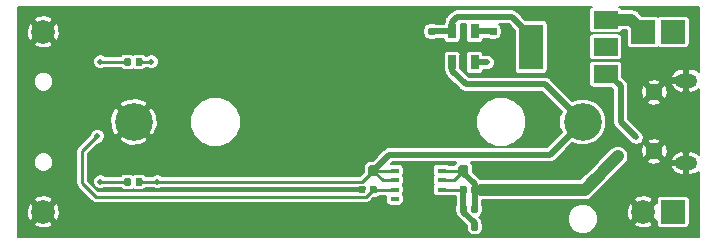
<source format=gbr>
G04 #@! TF.GenerationSoftware,KiCad,Pcbnew,5.0.1+dfsg1-3*
G04 #@! TF.CreationDate,2018-11-05T21:22:00-05:00*
G04 #@! TF.ProjectId,BreadBatt,4272656164426174742E6B696361645F,rev?*
G04 #@! TF.SameCoordinates,Original*
G04 #@! TF.FileFunction,Copper,L2,Bot,Signal*
G04 #@! TF.FilePolarity,Positive*
%FSLAX46Y46*%
G04 Gerber Fmt 4.6, Leading zero omitted, Abs format (unit mm)*
G04 Created by KiCad (PCBNEW 5.0.1+dfsg1-3) date Mon 05 Nov 2018 09:22:00 PM EST*
%MOMM*%
%LPD*%
G01*
G04 APERTURE LIST*
G04 #@! TA.AperFunction,ComponentPad*
%ADD10C,3.200000*%
G04 #@! TD*
G04 #@! TA.AperFunction,Conductor*
%ADD11C,0.100000*%
G04 #@! TD*
G04 #@! TA.AperFunction,SMDPad,CuDef*
%ADD12C,0.875000*%
G04 #@! TD*
G04 #@! TA.AperFunction,SMDPad,CuDef*
%ADD13C,0.590000*%
G04 #@! TD*
G04 #@! TA.AperFunction,SMDPad,CuDef*
%ADD14R,2.000000X3.800000*%
G04 #@! TD*
G04 #@! TA.AperFunction,SMDPad,CuDef*
%ADD15R,2.000000X1.500000*%
G04 #@! TD*
G04 #@! TA.AperFunction,ComponentPad*
%ADD16C,1.450000*%
G04 #@! TD*
G04 #@! TA.AperFunction,ComponentPad*
%ADD17O,1.900000X1.200000*%
G04 #@! TD*
G04 #@! TA.AperFunction,SMDPad,CuDef*
%ADD18R,0.650000X1.220000*%
G04 #@! TD*
G04 #@! TA.AperFunction,SMDPad,CuDef*
%ADD19R,0.750000X0.350000*%
G04 #@! TD*
G04 #@! TA.AperFunction,SMDPad,CuDef*
%ADD20R,2.500000X3.600000*%
G04 #@! TD*
G04 #@! TA.AperFunction,ComponentPad*
%ADD21R,2.000000X2.000000*%
G04 #@! TD*
G04 #@! TA.AperFunction,ComponentPad*
%ADD22C,2.000000*%
G04 #@! TD*
G04 #@! TA.AperFunction,ViaPad*
%ADD23C,0.508000*%
G04 #@! TD*
G04 #@! TA.AperFunction,ViaPad*
%ADD24C,1.016000*%
G04 #@! TD*
G04 #@! TA.AperFunction,Conductor*
%ADD25C,0.254000*%
G04 #@! TD*
G04 #@! TA.AperFunction,Conductor*
%ADD26C,0.508000*%
G04 #@! TD*
G04 #@! TA.AperFunction,Conductor*
%ADD27C,1.016000*%
G04 #@! TD*
G04 #@! TA.AperFunction,Conductor*
%ADD28C,0.152400*%
G04 #@! TD*
G04 APERTURE END LIST*
D10*
G04 #@! TO.P,BT1,1*
G04 #@! TO.N,+BATT*
X158700000Y-107950000D03*
G04 #@! TO.P,BT1,2*
G04 #@! TO.N,-BATT*
X120700000Y-107950000D03*
G04 #@! TD*
D11*
G04 #@! TO.N,-BATT*
G04 #@! TO.C,C1*
G36*
X139635191Y-111610053D02*
X139656426Y-111613203D01*
X139677250Y-111618419D01*
X139697462Y-111625651D01*
X139716868Y-111634830D01*
X139735281Y-111645866D01*
X139752524Y-111658654D01*
X139768430Y-111673070D01*
X139782846Y-111688976D01*
X139795634Y-111706219D01*
X139806670Y-111724632D01*
X139815849Y-111744038D01*
X139823081Y-111764250D01*
X139828297Y-111785074D01*
X139831447Y-111806309D01*
X139832500Y-111827750D01*
X139832500Y-112340250D01*
X139831447Y-112361691D01*
X139828297Y-112382926D01*
X139823081Y-112403750D01*
X139815849Y-112423962D01*
X139806670Y-112443368D01*
X139795634Y-112461781D01*
X139782846Y-112479024D01*
X139768430Y-112494930D01*
X139752524Y-112509346D01*
X139735281Y-112522134D01*
X139716868Y-112533170D01*
X139697462Y-112542349D01*
X139677250Y-112549581D01*
X139656426Y-112554797D01*
X139635191Y-112557947D01*
X139613750Y-112559000D01*
X139176250Y-112559000D01*
X139154809Y-112557947D01*
X139133574Y-112554797D01*
X139112750Y-112549581D01*
X139092538Y-112542349D01*
X139073132Y-112533170D01*
X139054719Y-112522134D01*
X139037476Y-112509346D01*
X139021570Y-112494930D01*
X139007154Y-112479024D01*
X138994366Y-112461781D01*
X138983330Y-112443368D01*
X138974151Y-112423962D01*
X138966919Y-112403750D01*
X138961703Y-112382926D01*
X138958553Y-112361691D01*
X138957500Y-112340250D01*
X138957500Y-111827750D01*
X138958553Y-111806309D01*
X138961703Y-111785074D01*
X138966919Y-111764250D01*
X138974151Y-111744038D01*
X138983330Y-111724632D01*
X138994366Y-111706219D01*
X139007154Y-111688976D01*
X139021570Y-111673070D01*
X139037476Y-111658654D01*
X139054719Y-111645866D01*
X139073132Y-111634830D01*
X139092538Y-111625651D01*
X139112750Y-111618419D01*
X139133574Y-111613203D01*
X139154809Y-111610053D01*
X139176250Y-111609000D01*
X139613750Y-111609000D01*
X139635191Y-111610053D01*
X139635191Y-111610053D01*
G37*
D12*
G04 #@! TD*
G04 #@! TO.P,C1,1*
G04 #@! TO.N,-BATT*
X139395000Y-112084000D03*
D11*
G04 #@! TO.N,+BATT*
G04 #@! TO.C,C1*
G36*
X141210191Y-111610053D02*
X141231426Y-111613203D01*
X141252250Y-111618419D01*
X141272462Y-111625651D01*
X141291868Y-111634830D01*
X141310281Y-111645866D01*
X141327524Y-111658654D01*
X141343430Y-111673070D01*
X141357846Y-111688976D01*
X141370634Y-111706219D01*
X141381670Y-111724632D01*
X141390849Y-111744038D01*
X141398081Y-111764250D01*
X141403297Y-111785074D01*
X141406447Y-111806309D01*
X141407500Y-111827750D01*
X141407500Y-112340250D01*
X141406447Y-112361691D01*
X141403297Y-112382926D01*
X141398081Y-112403750D01*
X141390849Y-112423962D01*
X141381670Y-112443368D01*
X141370634Y-112461781D01*
X141357846Y-112479024D01*
X141343430Y-112494930D01*
X141327524Y-112509346D01*
X141310281Y-112522134D01*
X141291868Y-112533170D01*
X141272462Y-112542349D01*
X141252250Y-112549581D01*
X141231426Y-112554797D01*
X141210191Y-112557947D01*
X141188750Y-112559000D01*
X140751250Y-112559000D01*
X140729809Y-112557947D01*
X140708574Y-112554797D01*
X140687750Y-112549581D01*
X140667538Y-112542349D01*
X140648132Y-112533170D01*
X140629719Y-112522134D01*
X140612476Y-112509346D01*
X140596570Y-112494930D01*
X140582154Y-112479024D01*
X140569366Y-112461781D01*
X140558330Y-112443368D01*
X140549151Y-112423962D01*
X140541919Y-112403750D01*
X140536703Y-112382926D01*
X140533553Y-112361691D01*
X140532500Y-112340250D01*
X140532500Y-111827750D01*
X140533553Y-111806309D01*
X140536703Y-111785074D01*
X140541919Y-111764250D01*
X140549151Y-111744038D01*
X140558330Y-111724632D01*
X140569366Y-111706219D01*
X140582154Y-111688976D01*
X140596570Y-111673070D01*
X140612476Y-111658654D01*
X140629719Y-111645866D01*
X140648132Y-111634830D01*
X140667538Y-111625651D01*
X140687750Y-111618419D01*
X140708574Y-111613203D01*
X140729809Y-111610053D01*
X140751250Y-111609000D01*
X141188750Y-111609000D01*
X141210191Y-111610053D01*
X141210191Y-111610053D01*
G37*
D12*
G04 #@! TD*
G04 #@! TO.P,C1,2*
G04 #@! TO.N,+BATT*
X140970000Y-112084000D03*
D11*
G04 #@! TO.N,-BATT*
G04 #@! TO.C,C2*
G36*
X146109958Y-100965710D02*
X146124276Y-100967834D01*
X146138317Y-100971351D01*
X146151946Y-100976228D01*
X146165031Y-100982417D01*
X146177447Y-100989858D01*
X146189073Y-100998481D01*
X146199798Y-101008202D01*
X146209519Y-101018927D01*
X146218142Y-101030553D01*
X146225583Y-101042969D01*
X146231772Y-101056054D01*
X146236649Y-101069683D01*
X146240166Y-101083724D01*
X146242290Y-101098042D01*
X146243000Y-101112500D01*
X146243000Y-101407500D01*
X146242290Y-101421958D01*
X146240166Y-101436276D01*
X146236649Y-101450317D01*
X146231772Y-101463946D01*
X146225583Y-101477031D01*
X146218142Y-101489447D01*
X146209519Y-101501073D01*
X146199798Y-101511798D01*
X146189073Y-101521519D01*
X146177447Y-101530142D01*
X146165031Y-101537583D01*
X146151946Y-101543772D01*
X146138317Y-101548649D01*
X146124276Y-101552166D01*
X146109958Y-101554290D01*
X146095500Y-101555000D01*
X145750500Y-101555000D01*
X145736042Y-101554290D01*
X145721724Y-101552166D01*
X145707683Y-101548649D01*
X145694054Y-101543772D01*
X145680969Y-101537583D01*
X145668553Y-101530142D01*
X145656927Y-101521519D01*
X145646202Y-101511798D01*
X145636481Y-101501073D01*
X145627858Y-101489447D01*
X145620417Y-101477031D01*
X145614228Y-101463946D01*
X145609351Y-101450317D01*
X145605834Y-101436276D01*
X145603710Y-101421958D01*
X145603000Y-101407500D01*
X145603000Y-101112500D01*
X145603710Y-101098042D01*
X145605834Y-101083724D01*
X145609351Y-101069683D01*
X145614228Y-101056054D01*
X145620417Y-101042969D01*
X145627858Y-101030553D01*
X145636481Y-101018927D01*
X145646202Y-101008202D01*
X145656927Y-100998481D01*
X145668553Y-100989858D01*
X145680969Y-100982417D01*
X145694054Y-100976228D01*
X145707683Y-100971351D01*
X145721724Y-100967834D01*
X145736042Y-100965710D01*
X145750500Y-100965000D01*
X146095500Y-100965000D01*
X146109958Y-100965710D01*
X146109958Y-100965710D01*
G37*
D13*
G04 #@! TD*
G04 #@! TO.P,C2,1*
G04 #@! TO.N,-BATT*
X145923000Y-101260000D03*
D11*
G04 #@! TO.N,Net-(C2-Pad2)*
G04 #@! TO.C,C2*
G36*
X146109958Y-99995710D02*
X146124276Y-99997834D01*
X146138317Y-100001351D01*
X146151946Y-100006228D01*
X146165031Y-100012417D01*
X146177447Y-100019858D01*
X146189073Y-100028481D01*
X146199798Y-100038202D01*
X146209519Y-100048927D01*
X146218142Y-100060553D01*
X146225583Y-100072969D01*
X146231772Y-100086054D01*
X146236649Y-100099683D01*
X146240166Y-100113724D01*
X146242290Y-100128042D01*
X146243000Y-100142500D01*
X146243000Y-100437500D01*
X146242290Y-100451958D01*
X146240166Y-100466276D01*
X146236649Y-100480317D01*
X146231772Y-100493946D01*
X146225583Y-100507031D01*
X146218142Y-100519447D01*
X146209519Y-100531073D01*
X146199798Y-100541798D01*
X146189073Y-100551519D01*
X146177447Y-100560142D01*
X146165031Y-100567583D01*
X146151946Y-100573772D01*
X146138317Y-100578649D01*
X146124276Y-100582166D01*
X146109958Y-100584290D01*
X146095500Y-100585000D01*
X145750500Y-100585000D01*
X145736042Y-100584290D01*
X145721724Y-100582166D01*
X145707683Y-100578649D01*
X145694054Y-100573772D01*
X145680969Y-100567583D01*
X145668553Y-100560142D01*
X145656927Y-100551519D01*
X145646202Y-100541798D01*
X145636481Y-100531073D01*
X145627858Y-100519447D01*
X145620417Y-100507031D01*
X145614228Y-100493946D01*
X145609351Y-100480317D01*
X145605834Y-100466276D01*
X145603710Y-100451958D01*
X145603000Y-100437500D01*
X145603000Y-100142500D01*
X145603710Y-100128042D01*
X145605834Y-100113724D01*
X145609351Y-100099683D01*
X145614228Y-100086054D01*
X145620417Y-100072969D01*
X145627858Y-100060553D01*
X145636481Y-100048927D01*
X145646202Y-100038202D01*
X145656927Y-100028481D01*
X145668553Y-100019858D01*
X145680969Y-100012417D01*
X145694054Y-100006228D01*
X145707683Y-100001351D01*
X145721724Y-99997834D01*
X145736042Y-99995710D01*
X145750500Y-99995000D01*
X146095500Y-99995000D01*
X146109958Y-99995710D01*
X146109958Y-99995710D01*
G37*
D13*
G04 #@! TD*
G04 #@! TO.P,C2,2*
G04 #@! TO.N,Net-(C2-Pad2)*
X145923000Y-100290000D03*
D11*
G04 #@! TO.N,+3V3*
G04 #@! TO.C,C3*
G36*
X149721958Y-113364710D02*
X149736276Y-113366834D01*
X149750317Y-113370351D01*
X149763946Y-113375228D01*
X149777031Y-113381417D01*
X149789447Y-113388858D01*
X149801073Y-113397481D01*
X149811798Y-113407202D01*
X149821519Y-113417927D01*
X149830142Y-113429553D01*
X149837583Y-113441969D01*
X149843772Y-113455054D01*
X149848649Y-113468683D01*
X149852166Y-113482724D01*
X149854290Y-113497042D01*
X149855000Y-113511500D01*
X149855000Y-113856500D01*
X149854290Y-113870958D01*
X149852166Y-113885276D01*
X149848649Y-113899317D01*
X149843772Y-113912946D01*
X149837583Y-113926031D01*
X149830142Y-113938447D01*
X149821519Y-113950073D01*
X149811798Y-113960798D01*
X149801073Y-113970519D01*
X149789447Y-113979142D01*
X149777031Y-113986583D01*
X149763946Y-113992772D01*
X149750317Y-113997649D01*
X149736276Y-114001166D01*
X149721958Y-114003290D01*
X149707500Y-114004000D01*
X149412500Y-114004000D01*
X149398042Y-114003290D01*
X149383724Y-114001166D01*
X149369683Y-113997649D01*
X149356054Y-113992772D01*
X149342969Y-113986583D01*
X149330553Y-113979142D01*
X149318927Y-113970519D01*
X149308202Y-113960798D01*
X149298481Y-113950073D01*
X149289858Y-113938447D01*
X149282417Y-113926031D01*
X149276228Y-113912946D01*
X149271351Y-113899317D01*
X149267834Y-113885276D01*
X149265710Y-113870958D01*
X149265000Y-113856500D01*
X149265000Y-113511500D01*
X149265710Y-113497042D01*
X149267834Y-113482724D01*
X149271351Y-113468683D01*
X149276228Y-113455054D01*
X149282417Y-113441969D01*
X149289858Y-113429553D01*
X149298481Y-113417927D01*
X149308202Y-113407202D01*
X149318927Y-113397481D01*
X149330553Y-113388858D01*
X149342969Y-113381417D01*
X149356054Y-113375228D01*
X149369683Y-113370351D01*
X149383724Y-113366834D01*
X149398042Y-113364710D01*
X149412500Y-113364000D01*
X149707500Y-113364000D01*
X149721958Y-113364710D01*
X149721958Y-113364710D01*
G37*
D13*
G04 #@! TD*
G04 #@! TO.P,C3,1*
G04 #@! TO.N,+3V3*
X149560000Y-113684000D03*
D11*
G04 #@! TO.N,Net-(C3-Pad2)*
G04 #@! TO.C,C3*
G36*
X148751958Y-113364710D02*
X148766276Y-113366834D01*
X148780317Y-113370351D01*
X148793946Y-113375228D01*
X148807031Y-113381417D01*
X148819447Y-113388858D01*
X148831073Y-113397481D01*
X148841798Y-113407202D01*
X148851519Y-113417927D01*
X148860142Y-113429553D01*
X148867583Y-113441969D01*
X148873772Y-113455054D01*
X148878649Y-113468683D01*
X148882166Y-113482724D01*
X148884290Y-113497042D01*
X148885000Y-113511500D01*
X148885000Y-113856500D01*
X148884290Y-113870958D01*
X148882166Y-113885276D01*
X148878649Y-113899317D01*
X148873772Y-113912946D01*
X148867583Y-113926031D01*
X148860142Y-113938447D01*
X148851519Y-113950073D01*
X148841798Y-113960798D01*
X148831073Y-113970519D01*
X148819447Y-113979142D01*
X148807031Y-113986583D01*
X148793946Y-113992772D01*
X148780317Y-113997649D01*
X148766276Y-114001166D01*
X148751958Y-114003290D01*
X148737500Y-114004000D01*
X148442500Y-114004000D01*
X148428042Y-114003290D01*
X148413724Y-114001166D01*
X148399683Y-113997649D01*
X148386054Y-113992772D01*
X148372969Y-113986583D01*
X148360553Y-113979142D01*
X148348927Y-113970519D01*
X148338202Y-113960798D01*
X148328481Y-113950073D01*
X148319858Y-113938447D01*
X148312417Y-113926031D01*
X148306228Y-113912946D01*
X148301351Y-113899317D01*
X148297834Y-113885276D01*
X148295710Y-113870958D01*
X148295000Y-113856500D01*
X148295000Y-113511500D01*
X148295710Y-113497042D01*
X148297834Y-113482724D01*
X148301351Y-113468683D01*
X148306228Y-113455054D01*
X148312417Y-113441969D01*
X148319858Y-113429553D01*
X148328481Y-113417927D01*
X148338202Y-113407202D01*
X148348927Y-113397481D01*
X148360553Y-113388858D01*
X148372969Y-113381417D01*
X148386054Y-113375228D01*
X148399683Y-113370351D01*
X148413724Y-113366834D01*
X148428042Y-113364710D01*
X148442500Y-113364000D01*
X148737500Y-113364000D01*
X148751958Y-113364710D01*
X148751958Y-113364710D01*
G37*
D13*
G04 #@! TD*
G04 #@! TO.P,C3,2*
G04 #@! TO.N,Net-(C3-Pad2)*
X148590000Y-113684000D03*
D11*
G04 #@! TO.N,-BATT*
G04 #@! TO.C,C4*
G36*
X150405191Y-111610053D02*
X150426426Y-111613203D01*
X150447250Y-111618419D01*
X150467462Y-111625651D01*
X150486868Y-111634830D01*
X150505281Y-111645866D01*
X150522524Y-111658654D01*
X150538430Y-111673070D01*
X150552846Y-111688976D01*
X150565634Y-111706219D01*
X150576670Y-111724632D01*
X150585849Y-111744038D01*
X150593081Y-111764250D01*
X150598297Y-111785074D01*
X150601447Y-111806309D01*
X150602500Y-111827750D01*
X150602500Y-112340250D01*
X150601447Y-112361691D01*
X150598297Y-112382926D01*
X150593081Y-112403750D01*
X150585849Y-112423962D01*
X150576670Y-112443368D01*
X150565634Y-112461781D01*
X150552846Y-112479024D01*
X150538430Y-112494930D01*
X150522524Y-112509346D01*
X150505281Y-112522134D01*
X150486868Y-112533170D01*
X150467462Y-112542349D01*
X150447250Y-112549581D01*
X150426426Y-112554797D01*
X150405191Y-112557947D01*
X150383750Y-112559000D01*
X149946250Y-112559000D01*
X149924809Y-112557947D01*
X149903574Y-112554797D01*
X149882750Y-112549581D01*
X149862538Y-112542349D01*
X149843132Y-112533170D01*
X149824719Y-112522134D01*
X149807476Y-112509346D01*
X149791570Y-112494930D01*
X149777154Y-112479024D01*
X149764366Y-112461781D01*
X149753330Y-112443368D01*
X149744151Y-112423962D01*
X149736919Y-112403750D01*
X149731703Y-112382926D01*
X149728553Y-112361691D01*
X149727500Y-112340250D01*
X149727500Y-111827750D01*
X149728553Y-111806309D01*
X149731703Y-111785074D01*
X149736919Y-111764250D01*
X149744151Y-111744038D01*
X149753330Y-111724632D01*
X149764366Y-111706219D01*
X149777154Y-111688976D01*
X149791570Y-111673070D01*
X149807476Y-111658654D01*
X149824719Y-111645866D01*
X149843132Y-111634830D01*
X149862538Y-111625651D01*
X149882750Y-111618419D01*
X149903574Y-111613203D01*
X149924809Y-111610053D01*
X149946250Y-111609000D01*
X150383750Y-111609000D01*
X150405191Y-111610053D01*
X150405191Y-111610053D01*
G37*
D12*
G04 #@! TD*
G04 #@! TO.P,C4,2*
G04 #@! TO.N,-BATT*
X150165000Y-112084000D03*
D11*
G04 #@! TO.N,+3V3*
G04 #@! TO.C,C4*
G36*
X148830191Y-111610053D02*
X148851426Y-111613203D01*
X148872250Y-111618419D01*
X148892462Y-111625651D01*
X148911868Y-111634830D01*
X148930281Y-111645866D01*
X148947524Y-111658654D01*
X148963430Y-111673070D01*
X148977846Y-111688976D01*
X148990634Y-111706219D01*
X149001670Y-111724632D01*
X149010849Y-111744038D01*
X149018081Y-111764250D01*
X149023297Y-111785074D01*
X149026447Y-111806309D01*
X149027500Y-111827750D01*
X149027500Y-112340250D01*
X149026447Y-112361691D01*
X149023297Y-112382926D01*
X149018081Y-112403750D01*
X149010849Y-112423962D01*
X149001670Y-112443368D01*
X148990634Y-112461781D01*
X148977846Y-112479024D01*
X148963430Y-112494930D01*
X148947524Y-112509346D01*
X148930281Y-112522134D01*
X148911868Y-112533170D01*
X148892462Y-112542349D01*
X148872250Y-112549581D01*
X148851426Y-112554797D01*
X148830191Y-112557947D01*
X148808750Y-112559000D01*
X148371250Y-112559000D01*
X148349809Y-112557947D01*
X148328574Y-112554797D01*
X148307750Y-112549581D01*
X148287538Y-112542349D01*
X148268132Y-112533170D01*
X148249719Y-112522134D01*
X148232476Y-112509346D01*
X148216570Y-112494930D01*
X148202154Y-112479024D01*
X148189366Y-112461781D01*
X148178330Y-112443368D01*
X148169151Y-112423962D01*
X148161919Y-112403750D01*
X148156703Y-112382926D01*
X148153553Y-112361691D01*
X148152500Y-112340250D01*
X148152500Y-111827750D01*
X148153553Y-111806309D01*
X148156703Y-111785074D01*
X148161919Y-111764250D01*
X148169151Y-111744038D01*
X148178330Y-111724632D01*
X148189366Y-111706219D01*
X148202154Y-111688976D01*
X148216570Y-111673070D01*
X148232476Y-111658654D01*
X148249719Y-111645866D01*
X148268132Y-111634830D01*
X148287538Y-111625651D01*
X148307750Y-111618419D01*
X148328574Y-111613203D01*
X148349809Y-111610053D01*
X148371250Y-111609000D01*
X148808750Y-111609000D01*
X148830191Y-111610053D01*
X148830191Y-111610053D01*
G37*
D12*
G04 #@! TD*
G04 #@! TO.P,C4,1*
G04 #@! TO.N,+3V3*
X148590000Y-112084000D03*
D14*
G04 #@! TO.P,D2,2*
G04 #@! TO.N,Net-(C2-Pad2)*
X154330000Y-101600000D03*
D15*
G04 #@! TO.N,N/C*
X160630000Y-101600000D03*
G04 #@! TO.P,D2,3*
G04 #@! TO.N,VBUS*
X160630000Y-103900000D03*
G04 #@! TO.P,D2,1*
G04 #@! TO.N,+5V*
X160630000Y-99300000D03*
G04 #@! TD*
D16*
G04 #@! TO.P,J7,SH*
G04 #@! TO.N,-BATT*
X164755100Y-110450000D03*
X164755100Y-105450000D03*
D17*
X167455100Y-111450000D03*
X167455100Y-104450000D03*
G04 #@! TD*
D11*
G04 #@! TO.N,Net-(R1-Pad2)*
G04 #@! TO.C,R1*
G36*
X141131958Y-113364710D02*
X141146276Y-113366834D01*
X141160317Y-113370351D01*
X141173946Y-113375228D01*
X141187031Y-113381417D01*
X141199447Y-113388858D01*
X141211073Y-113397481D01*
X141221798Y-113407202D01*
X141231519Y-113417927D01*
X141240142Y-113429553D01*
X141247583Y-113441969D01*
X141253772Y-113455054D01*
X141258649Y-113468683D01*
X141262166Y-113482724D01*
X141264290Y-113497042D01*
X141265000Y-113511500D01*
X141265000Y-113856500D01*
X141264290Y-113870958D01*
X141262166Y-113885276D01*
X141258649Y-113899317D01*
X141253772Y-113912946D01*
X141247583Y-113926031D01*
X141240142Y-113938447D01*
X141231519Y-113950073D01*
X141221798Y-113960798D01*
X141211073Y-113970519D01*
X141199447Y-113979142D01*
X141187031Y-113986583D01*
X141173946Y-113992772D01*
X141160317Y-113997649D01*
X141146276Y-114001166D01*
X141131958Y-114003290D01*
X141117500Y-114004000D01*
X140822500Y-114004000D01*
X140808042Y-114003290D01*
X140793724Y-114001166D01*
X140779683Y-113997649D01*
X140766054Y-113992772D01*
X140752969Y-113986583D01*
X140740553Y-113979142D01*
X140728927Y-113970519D01*
X140718202Y-113960798D01*
X140708481Y-113950073D01*
X140699858Y-113938447D01*
X140692417Y-113926031D01*
X140686228Y-113912946D01*
X140681351Y-113899317D01*
X140677834Y-113885276D01*
X140675710Y-113870958D01*
X140675000Y-113856500D01*
X140675000Y-113511500D01*
X140675710Y-113497042D01*
X140677834Y-113482724D01*
X140681351Y-113468683D01*
X140686228Y-113455054D01*
X140692417Y-113441969D01*
X140699858Y-113429553D01*
X140708481Y-113417927D01*
X140718202Y-113407202D01*
X140728927Y-113397481D01*
X140740553Y-113388858D01*
X140752969Y-113381417D01*
X140766054Y-113375228D01*
X140779683Y-113370351D01*
X140793724Y-113366834D01*
X140808042Y-113364710D01*
X140822500Y-113364000D01*
X141117500Y-113364000D01*
X141131958Y-113364710D01*
X141131958Y-113364710D01*
G37*
D13*
G04 #@! TD*
G04 #@! TO.P,R1,2*
G04 #@! TO.N,Net-(R1-Pad2)*
X140970000Y-113684000D03*
D11*
G04 #@! TO.N,-BATT*
G04 #@! TO.C,R1*
G36*
X140161958Y-113364710D02*
X140176276Y-113366834D01*
X140190317Y-113370351D01*
X140203946Y-113375228D01*
X140217031Y-113381417D01*
X140229447Y-113388858D01*
X140241073Y-113397481D01*
X140251798Y-113407202D01*
X140261519Y-113417927D01*
X140270142Y-113429553D01*
X140277583Y-113441969D01*
X140283772Y-113455054D01*
X140288649Y-113468683D01*
X140292166Y-113482724D01*
X140294290Y-113497042D01*
X140295000Y-113511500D01*
X140295000Y-113856500D01*
X140294290Y-113870958D01*
X140292166Y-113885276D01*
X140288649Y-113899317D01*
X140283772Y-113912946D01*
X140277583Y-113926031D01*
X140270142Y-113938447D01*
X140261519Y-113950073D01*
X140251798Y-113960798D01*
X140241073Y-113970519D01*
X140229447Y-113979142D01*
X140217031Y-113986583D01*
X140203946Y-113992772D01*
X140190317Y-113997649D01*
X140176276Y-114001166D01*
X140161958Y-114003290D01*
X140147500Y-114004000D01*
X139852500Y-114004000D01*
X139838042Y-114003290D01*
X139823724Y-114001166D01*
X139809683Y-113997649D01*
X139796054Y-113992772D01*
X139782969Y-113986583D01*
X139770553Y-113979142D01*
X139758927Y-113970519D01*
X139748202Y-113960798D01*
X139738481Y-113950073D01*
X139729858Y-113938447D01*
X139722417Y-113926031D01*
X139716228Y-113912946D01*
X139711351Y-113899317D01*
X139707834Y-113885276D01*
X139705710Y-113870958D01*
X139705000Y-113856500D01*
X139705000Y-113511500D01*
X139705710Y-113497042D01*
X139707834Y-113482724D01*
X139711351Y-113468683D01*
X139716228Y-113455054D01*
X139722417Y-113441969D01*
X139729858Y-113429553D01*
X139738481Y-113417927D01*
X139748202Y-113407202D01*
X139758927Y-113397481D01*
X139770553Y-113388858D01*
X139782969Y-113381417D01*
X139796054Y-113375228D01*
X139809683Y-113370351D01*
X139823724Y-113366834D01*
X139838042Y-113364710D01*
X139852500Y-113364000D01*
X140147500Y-113364000D01*
X140161958Y-113364710D01*
X140161958Y-113364710D01*
G37*
D13*
G04 #@! TD*
G04 #@! TO.P,R1,1*
G04 #@! TO.N,-BATT*
X140000000Y-113684000D03*
D11*
G04 #@! TO.N,+BATT*
G04 #@! TO.C,R2*
G36*
X121296958Y-112710710D02*
X121311276Y-112712834D01*
X121325317Y-112716351D01*
X121338946Y-112721228D01*
X121352031Y-112727417D01*
X121364447Y-112734858D01*
X121376073Y-112743481D01*
X121386798Y-112753202D01*
X121396519Y-112763927D01*
X121405142Y-112775553D01*
X121412583Y-112787969D01*
X121418772Y-112801054D01*
X121423649Y-112814683D01*
X121427166Y-112828724D01*
X121429290Y-112843042D01*
X121430000Y-112857500D01*
X121430000Y-113202500D01*
X121429290Y-113216958D01*
X121427166Y-113231276D01*
X121423649Y-113245317D01*
X121418772Y-113258946D01*
X121412583Y-113272031D01*
X121405142Y-113284447D01*
X121396519Y-113296073D01*
X121386798Y-113306798D01*
X121376073Y-113316519D01*
X121364447Y-113325142D01*
X121352031Y-113332583D01*
X121338946Y-113338772D01*
X121325317Y-113343649D01*
X121311276Y-113347166D01*
X121296958Y-113349290D01*
X121282500Y-113350000D01*
X120987500Y-113350000D01*
X120973042Y-113349290D01*
X120958724Y-113347166D01*
X120944683Y-113343649D01*
X120931054Y-113338772D01*
X120917969Y-113332583D01*
X120905553Y-113325142D01*
X120893927Y-113316519D01*
X120883202Y-113306798D01*
X120873481Y-113296073D01*
X120864858Y-113284447D01*
X120857417Y-113272031D01*
X120851228Y-113258946D01*
X120846351Y-113245317D01*
X120842834Y-113231276D01*
X120840710Y-113216958D01*
X120840000Y-113202500D01*
X120840000Y-112857500D01*
X120840710Y-112843042D01*
X120842834Y-112828724D01*
X120846351Y-112814683D01*
X120851228Y-112801054D01*
X120857417Y-112787969D01*
X120864858Y-112775553D01*
X120873481Y-112763927D01*
X120883202Y-112753202D01*
X120893927Y-112743481D01*
X120905553Y-112734858D01*
X120917969Y-112727417D01*
X120931054Y-112721228D01*
X120944683Y-112716351D01*
X120958724Y-112712834D01*
X120973042Y-112710710D01*
X120987500Y-112710000D01*
X121282500Y-112710000D01*
X121296958Y-112710710D01*
X121296958Y-112710710D01*
G37*
D13*
G04 #@! TD*
G04 #@! TO.P,R2,2*
G04 #@! TO.N,+BATT*
X121135000Y-113030000D03*
D11*
G04 #@! TO.N,Net-(D1-Pad2)*
G04 #@! TO.C,R2*
G36*
X120326958Y-112710710D02*
X120341276Y-112712834D01*
X120355317Y-112716351D01*
X120368946Y-112721228D01*
X120382031Y-112727417D01*
X120394447Y-112734858D01*
X120406073Y-112743481D01*
X120416798Y-112753202D01*
X120426519Y-112763927D01*
X120435142Y-112775553D01*
X120442583Y-112787969D01*
X120448772Y-112801054D01*
X120453649Y-112814683D01*
X120457166Y-112828724D01*
X120459290Y-112843042D01*
X120460000Y-112857500D01*
X120460000Y-113202500D01*
X120459290Y-113216958D01*
X120457166Y-113231276D01*
X120453649Y-113245317D01*
X120448772Y-113258946D01*
X120442583Y-113272031D01*
X120435142Y-113284447D01*
X120426519Y-113296073D01*
X120416798Y-113306798D01*
X120406073Y-113316519D01*
X120394447Y-113325142D01*
X120382031Y-113332583D01*
X120368946Y-113338772D01*
X120355317Y-113343649D01*
X120341276Y-113347166D01*
X120326958Y-113349290D01*
X120312500Y-113350000D01*
X120017500Y-113350000D01*
X120003042Y-113349290D01*
X119988724Y-113347166D01*
X119974683Y-113343649D01*
X119961054Y-113338772D01*
X119947969Y-113332583D01*
X119935553Y-113325142D01*
X119923927Y-113316519D01*
X119913202Y-113306798D01*
X119903481Y-113296073D01*
X119894858Y-113284447D01*
X119887417Y-113272031D01*
X119881228Y-113258946D01*
X119876351Y-113245317D01*
X119872834Y-113231276D01*
X119870710Y-113216958D01*
X119870000Y-113202500D01*
X119870000Y-112857500D01*
X119870710Y-112843042D01*
X119872834Y-112828724D01*
X119876351Y-112814683D01*
X119881228Y-112801054D01*
X119887417Y-112787969D01*
X119894858Y-112775553D01*
X119903481Y-112763927D01*
X119913202Y-112753202D01*
X119923927Y-112743481D01*
X119935553Y-112734858D01*
X119947969Y-112727417D01*
X119961054Y-112721228D01*
X119974683Y-112716351D01*
X119988724Y-112712834D01*
X120003042Y-112710710D01*
X120017500Y-112710000D01*
X120312500Y-112710000D01*
X120326958Y-112710710D01*
X120326958Y-112710710D01*
G37*
D13*
G04 #@! TD*
G04 #@! TO.P,R2,1*
G04 #@! TO.N,Net-(D1-Pad2)*
X120165000Y-113030000D03*
D11*
G04 #@! TO.N,-BATT*
G04 #@! TO.C,R3*
G36*
X151316958Y-100965710D02*
X151331276Y-100967834D01*
X151345317Y-100971351D01*
X151358946Y-100976228D01*
X151372031Y-100982417D01*
X151384447Y-100989858D01*
X151396073Y-100998481D01*
X151406798Y-101008202D01*
X151416519Y-101018927D01*
X151425142Y-101030553D01*
X151432583Y-101042969D01*
X151438772Y-101056054D01*
X151443649Y-101069683D01*
X151447166Y-101083724D01*
X151449290Y-101098042D01*
X151450000Y-101112500D01*
X151450000Y-101407500D01*
X151449290Y-101421958D01*
X151447166Y-101436276D01*
X151443649Y-101450317D01*
X151438772Y-101463946D01*
X151432583Y-101477031D01*
X151425142Y-101489447D01*
X151416519Y-101501073D01*
X151406798Y-101511798D01*
X151396073Y-101521519D01*
X151384447Y-101530142D01*
X151372031Y-101537583D01*
X151358946Y-101543772D01*
X151345317Y-101548649D01*
X151331276Y-101552166D01*
X151316958Y-101554290D01*
X151302500Y-101555000D01*
X150957500Y-101555000D01*
X150943042Y-101554290D01*
X150928724Y-101552166D01*
X150914683Y-101548649D01*
X150901054Y-101543772D01*
X150887969Y-101537583D01*
X150875553Y-101530142D01*
X150863927Y-101521519D01*
X150853202Y-101511798D01*
X150843481Y-101501073D01*
X150834858Y-101489447D01*
X150827417Y-101477031D01*
X150821228Y-101463946D01*
X150816351Y-101450317D01*
X150812834Y-101436276D01*
X150810710Y-101421958D01*
X150810000Y-101407500D01*
X150810000Y-101112500D01*
X150810710Y-101098042D01*
X150812834Y-101083724D01*
X150816351Y-101069683D01*
X150821228Y-101056054D01*
X150827417Y-101042969D01*
X150834858Y-101030553D01*
X150843481Y-101018927D01*
X150853202Y-101008202D01*
X150863927Y-100998481D01*
X150875553Y-100989858D01*
X150887969Y-100982417D01*
X150901054Y-100976228D01*
X150914683Y-100971351D01*
X150928724Y-100967834D01*
X150943042Y-100965710D01*
X150957500Y-100965000D01*
X151302500Y-100965000D01*
X151316958Y-100965710D01*
X151316958Y-100965710D01*
G37*
D13*
G04 #@! TD*
G04 #@! TO.P,R3,1*
G04 #@! TO.N,-BATT*
X151130000Y-101260000D03*
D11*
G04 #@! TO.N,Net-(R3-Pad2)*
G04 #@! TO.C,R3*
G36*
X151316958Y-99995710D02*
X151331276Y-99997834D01*
X151345317Y-100001351D01*
X151358946Y-100006228D01*
X151372031Y-100012417D01*
X151384447Y-100019858D01*
X151396073Y-100028481D01*
X151406798Y-100038202D01*
X151416519Y-100048927D01*
X151425142Y-100060553D01*
X151432583Y-100072969D01*
X151438772Y-100086054D01*
X151443649Y-100099683D01*
X151447166Y-100113724D01*
X151449290Y-100128042D01*
X151450000Y-100142500D01*
X151450000Y-100437500D01*
X151449290Y-100451958D01*
X151447166Y-100466276D01*
X151443649Y-100480317D01*
X151438772Y-100493946D01*
X151432583Y-100507031D01*
X151425142Y-100519447D01*
X151416519Y-100531073D01*
X151406798Y-100541798D01*
X151396073Y-100551519D01*
X151384447Y-100560142D01*
X151372031Y-100567583D01*
X151358946Y-100573772D01*
X151345317Y-100578649D01*
X151331276Y-100582166D01*
X151316958Y-100584290D01*
X151302500Y-100585000D01*
X150957500Y-100585000D01*
X150943042Y-100584290D01*
X150928724Y-100582166D01*
X150914683Y-100578649D01*
X150901054Y-100573772D01*
X150887969Y-100567583D01*
X150875553Y-100560142D01*
X150863927Y-100551519D01*
X150853202Y-100541798D01*
X150843481Y-100531073D01*
X150834858Y-100519447D01*
X150827417Y-100507031D01*
X150821228Y-100493946D01*
X150816351Y-100480317D01*
X150812834Y-100466276D01*
X150810710Y-100451958D01*
X150810000Y-100437500D01*
X150810000Y-100142500D01*
X150810710Y-100128042D01*
X150812834Y-100113724D01*
X150816351Y-100099683D01*
X150821228Y-100086054D01*
X150827417Y-100072969D01*
X150834858Y-100060553D01*
X150843481Y-100048927D01*
X150853202Y-100038202D01*
X150863927Y-100028481D01*
X150875553Y-100019858D01*
X150887969Y-100012417D01*
X150901054Y-100006228D01*
X150914683Y-100001351D01*
X150928724Y-99997834D01*
X150943042Y-99995710D01*
X150957500Y-99995000D01*
X151302500Y-99995000D01*
X151316958Y-99995710D01*
X151316958Y-99995710D01*
G37*
D13*
G04 #@! TD*
G04 #@! TO.P,R3,2*
G04 #@! TO.N,Net-(R3-Pad2)*
X151130000Y-100290000D03*
D11*
G04 #@! TO.N,+3V3*
G04 #@! TO.C,R4*
G36*
X149721958Y-114996710D02*
X149736276Y-114998834D01*
X149750317Y-115002351D01*
X149763946Y-115007228D01*
X149777031Y-115013417D01*
X149789447Y-115020858D01*
X149801073Y-115029481D01*
X149811798Y-115039202D01*
X149821519Y-115049927D01*
X149830142Y-115061553D01*
X149837583Y-115073969D01*
X149843772Y-115087054D01*
X149848649Y-115100683D01*
X149852166Y-115114724D01*
X149854290Y-115129042D01*
X149855000Y-115143500D01*
X149855000Y-115488500D01*
X149854290Y-115502958D01*
X149852166Y-115517276D01*
X149848649Y-115531317D01*
X149843772Y-115544946D01*
X149837583Y-115558031D01*
X149830142Y-115570447D01*
X149821519Y-115582073D01*
X149811798Y-115592798D01*
X149801073Y-115602519D01*
X149789447Y-115611142D01*
X149777031Y-115618583D01*
X149763946Y-115624772D01*
X149750317Y-115629649D01*
X149736276Y-115633166D01*
X149721958Y-115635290D01*
X149707500Y-115636000D01*
X149412500Y-115636000D01*
X149398042Y-115635290D01*
X149383724Y-115633166D01*
X149369683Y-115629649D01*
X149356054Y-115624772D01*
X149342969Y-115618583D01*
X149330553Y-115611142D01*
X149318927Y-115602519D01*
X149308202Y-115592798D01*
X149298481Y-115582073D01*
X149289858Y-115570447D01*
X149282417Y-115558031D01*
X149276228Y-115544946D01*
X149271351Y-115531317D01*
X149267834Y-115517276D01*
X149265710Y-115502958D01*
X149265000Y-115488500D01*
X149265000Y-115143500D01*
X149265710Y-115129042D01*
X149267834Y-115114724D01*
X149271351Y-115100683D01*
X149276228Y-115087054D01*
X149282417Y-115073969D01*
X149289858Y-115061553D01*
X149298481Y-115049927D01*
X149308202Y-115039202D01*
X149318927Y-115029481D01*
X149330553Y-115020858D01*
X149342969Y-115013417D01*
X149356054Y-115007228D01*
X149369683Y-115002351D01*
X149383724Y-114998834D01*
X149398042Y-114996710D01*
X149412500Y-114996000D01*
X149707500Y-114996000D01*
X149721958Y-114996710D01*
X149721958Y-114996710D01*
G37*
D13*
G04 #@! TD*
G04 #@! TO.P,R4,2*
G04 #@! TO.N,+3V3*
X149560000Y-115316000D03*
D11*
G04 #@! TO.N,Net-(C3-Pad2)*
G04 #@! TO.C,R4*
G36*
X148751958Y-114996710D02*
X148766276Y-114998834D01*
X148780317Y-115002351D01*
X148793946Y-115007228D01*
X148807031Y-115013417D01*
X148819447Y-115020858D01*
X148831073Y-115029481D01*
X148841798Y-115039202D01*
X148851519Y-115049927D01*
X148860142Y-115061553D01*
X148867583Y-115073969D01*
X148873772Y-115087054D01*
X148878649Y-115100683D01*
X148882166Y-115114724D01*
X148884290Y-115129042D01*
X148885000Y-115143500D01*
X148885000Y-115488500D01*
X148884290Y-115502958D01*
X148882166Y-115517276D01*
X148878649Y-115531317D01*
X148873772Y-115544946D01*
X148867583Y-115558031D01*
X148860142Y-115570447D01*
X148851519Y-115582073D01*
X148841798Y-115592798D01*
X148831073Y-115602519D01*
X148819447Y-115611142D01*
X148807031Y-115618583D01*
X148793946Y-115624772D01*
X148780317Y-115629649D01*
X148766276Y-115633166D01*
X148751958Y-115635290D01*
X148737500Y-115636000D01*
X148442500Y-115636000D01*
X148428042Y-115635290D01*
X148413724Y-115633166D01*
X148399683Y-115629649D01*
X148386054Y-115624772D01*
X148372969Y-115618583D01*
X148360553Y-115611142D01*
X148348927Y-115602519D01*
X148338202Y-115592798D01*
X148328481Y-115582073D01*
X148319858Y-115570447D01*
X148312417Y-115558031D01*
X148306228Y-115544946D01*
X148301351Y-115531317D01*
X148297834Y-115517276D01*
X148295710Y-115502958D01*
X148295000Y-115488500D01*
X148295000Y-115143500D01*
X148295710Y-115129042D01*
X148297834Y-115114724D01*
X148301351Y-115100683D01*
X148306228Y-115087054D01*
X148312417Y-115073969D01*
X148319858Y-115061553D01*
X148328481Y-115049927D01*
X148338202Y-115039202D01*
X148348927Y-115029481D01*
X148360553Y-115020858D01*
X148372969Y-115013417D01*
X148386054Y-115007228D01*
X148399683Y-115002351D01*
X148413724Y-114998834D01*
X148428042Y-114996710D01*
X148442500Y-114996000D01*
X148737500Y-114996000D01*
X148751958Y-114996710D01*
X148751958Y-114996710D01*
G37*
D13*
G04 #@! TD*
G04 #@! TO.P,R4,1*
G04 #@! TO.N,Net-(C3-Pad2)*
X148590000Y-115316000D03*
D11*
G04 #@! TO.N,-BATT*
G04 #@! TO.C,R5*
G36*
X148751958Y-116520710D02*
X148766276Y-116522834D01*
X148780317Y-116526351D01*
X148793946Y-116531228D01*
X148807031Y-116537417D01*
X148819447Y-116544858D01*
X148831073Y-116553481D01*
X148841798Y-116563202D01*
X148851519Y-116573927D01*
X148860142Y-116585553D01*
X148867583Y-116597969D01*
X148873772Y-116611054D01*
X148878649Y-116624683D01*
X148882166Y-116638724D01*
X148884290Y-116653042D01*
X148885000Y-116667500D01*
X148885000Y-117012500D01*
X148884290Y-117026958D01*
X148882166Y-117041276D01*
X148878649Y-117055317D01*
X148873772Y-117068946D01*
X148867583Y-117082031D01*
X148860142Y-117094447D01*
X148851519Y-117106073D01*
X148841798Y-117116798D01*
X148831073Y-117126519D01*
X148819447Y-117135142D01*
X148807031Y-117142583D01*
X148793946Y-117148772D01*
X148780317Y-117153649D01*
X148766276Y-117157166D01*
X148751958Y-117159290D01*
X148737500Y-117160000D01*
X148442500Y-117160000D01*
X148428042Y-117159290D01*
X148413724Y-117157166D01*
X148399683Y-117153649D01*
X148386054Y-117148772D01*
X148372969Y-117142583D01*
X148360553Y-117135142D01*
X148348927Y-117126519D01*
X148338202Y-117116798D01*
X148328481Y-117106073D01*
X148319858Y-117094447D01*
X148312417Y-117082031D01*
X148306228Y-117068946D01*
X148301351Y-117055317D01*
X148297834Y-117041276D01*
X148295710Y-117026958D01*
X148295000Y-117012500D01*
X148295000Y-116667500D01*
X148295710Y-116653042D01*
X148297834Y-116638724D01*
X148301351Y-116624683D01*
X148306228Y-116611054D01*
X148312417Y-116597969D01*
X148319858Y-116585553D01*
X148328481Y-116573927D01*
X148338202Y-116563202D01*
X148348927Y-116553481D01*
X148360553Y-116544858D01*
X148372969Y-116537417D01*
X148386054Y-116531228D01*
X148399683Y-116526351D01*
X148413724Y-116522834D01*
X148428042Y-116520710D01*
X148442500Y-116520000D01*
X148737500Y-116520000D01*
X148751958Y-116520710D01*
X148751958Y-116520710D01*
G37*
D13*
G04 #@! TD*
G04 #@! TO.P,R5,1*
G04 #@! TO.N,-BATT*
X148590000Y-116840000D03*
D11*
G04 #@! TO.N,Net-(C3-Pad2)*
G04 #@! TO.C,R5*
G36*
X149721958Y-116520710D02*
X149736276Y-116522834D01*
X149750317Y-116526351D01*
X149763946Y-116531228D01*
X149777031Y-116537417D01*
X149789447Y-116544858D01*
X149801073Y-116553481D01*
X149811798Y-116563202D01*
X149821519Y-116573927D01*
X149830142Y-116585553D01*
X149837583Y-116597969D01*
X149843772Y-116611054D01*
X149848649Y-116624683D01*
X149852166Y-116638724D01*
X149854290Y-116653042D01*
X149855000Y-116667500D01*
X149855000Y-117012500D01*
X149854290Y-117026958D01*
X149852166Y-117041276D01*
X149848649Y-117055317D01*
X149843772Y-117068946D01*
X149837583Y-117082031D01*
X149830142Y-117094447D01*
X149821519Y-117106073D01*
X149811798Y-117116798D01*
X149801073Y-117126519D01*
X149789447Y-117135142D01*
X149777031Y-117142583D01*
X149763946Y-117148772D01*
X149750317Y-117153649D01*
X149736276Y-117157166D01*
X149721958Y-117159290D01*
X149707500Y-117160000D01*
X149412500Y-117160000D01*
X149398042Y-117159290D01*
X149383724Y-117157166D01*
X149369683Y-117153649D01*
X149356054Y-117148772D01*
X149342969Y-117142583D01*
X149330553Y-117135142D01*
X149318927Y-117126519D01*
X149308202Y-117116798D01*
X149298481Y-117106073D01*
X149289858Y-117094447D01*
X149282417Y-117082031D01*
X149276228Y-117068946D01*
X149271351Y-117055317D01*
X149267834Y-117041276D01*
X149265710Y-117026958D01*
X149265000Y-117012500D01*
X149265000Y-116667500D01*
X149265710Y-116653042D01*
X149267834Y-116638724D01*
X149271351Y-116624683D01*
X149276228Y-116611054D01*
X149282417Y-116597969D01*
X149289858Y-116585553D01*
X149298481Y-116573927D01*
X149308202Y-116563202D01*
X149318927Y-116553481D01*
X149330553Y-116544858D01*
X149342969Y-116537417D01*
X149356054Y-116531228D01*
X149369683Y-116526351D01*
X149383724Y-116522834D01*
X149398042Y-116520710D01*
X149412500Y-116520000D01*
X149707500Y-116520000D01*
X149721958Y-116520710D01*
X149721958Y-116520710D01*
G37*
D13*
G04 #@! TD*
G04 #@! TO.P,R5,2*
G04 #@! TO.N,Net-(C3-Pad2)*
X149560000Y-116840000D03*
D11*
G04 #@! TO.N,Net-(D3-Pad2)*
G04 #@! TO.C,R6*
G36*
X120326958Y-102550710D02*
X120341276Y-102552834D01*
X120355317Y-102556351D01*
X120368946Y-102561228D01*
X120382031Y-102567417D01*
X120394447Y-102574858D01*
X120406073Y-102583481D01*
X120416798Y-102593202D01*
X120426519Y-102603927D01*
X120435142Y-102615553D01*
X120442583Y-102627969D01*
X120448772Y-102641054D01*
X120453649Y-102654683D01*
X120457166Y-102668724D01*
X120459290Y-102683042D01*
X120460000Y-102697500D01*
X120460000Y-103042500D01*
X120459290Y-103056958D01*
X120457166Y-103071276D01*
X120453649Y-103085317D01*
X120448772Y-103098946D01*
X120442583Y-103112031D01*
X120435142Y-103124447D01*
X120426519Y-103136073D01*
X120416798Y-103146798D01*
X120406073Y-103156519D01*
X120394447Y-103165142D01*
X120382031Y-103172583D01*
X120368946Y-103178772D01*
X120355317Y-103183649D01*
X120341276Y-103187166D01*
X120326958Y-103189290D01*
X120312500Y-103190000D01*
X120017500Y-103190000D01*
X120003042Y-103189290D01*
X119988724Y-103187166D01*
X119974683Y-103183649D01*
X119961054Y-103178772D01*
X119947969Y-103172583D01*
X119935553Y-103165142D01*
X119923927Y-103156519D01*
X119913202Y-103146798D01*
X119903481Y-103136073D01*
X119894858Y-103124447D01*
X119887417Y-103112031D01*
X119881228Y-103098946D01*
X119876351Y-103085317D01*
X119872834Y-103071276D01*
X119870710Y-103056958D01*
X119870000Y-103042500D01*
X119870000Y-102697500D01*
X119870710Y-102683042D01*
X119872834Y-102668724D01*
X119876351Y-102654683D01*
X119881228Y-102641054D01*
X119887417Y-102627969D01*
X119894858Y-102615553D01*
X119903481Y-102603927D01*
X119913202Y-102593202D01*
X119923927Y-102583481D01*
X119935553Y-102574858D01*
X119947969Y-102567417D01*
X119961054Y-102561228D01*
X119974683Y-102556351D01*
X119988724Y-102552834D01*
X120003042Y-102550710D01*
X120017500Y-102550000D01*
X120312500Y-102550000D01*
X120326958Y-102550710D01*
X120326958Y-102550710D01*
G37*
D13*
G04 #@! TD*
G04 #@! TO.P,R6,1*
G04 #@! TO.N,Net-(D3-Pad2)*
X120165000Y-102870000D03*
D11*
G04 #@! TO.N,+3V3*
G04 #@! TO.C,R6*
G36*
X121296958Y-102550710D02*
X121311276Y-102552834D01*
X121325317Y-102556351D01*
X121338946Y-102561228D01*
X121352031Y-102567417D01*
X121364447Y-102574858D01*
X121376073Y-102583481D01*
X121386798Y-102593202D01*
X121396519Y-102603927D01*
X121405142Y-102615553D01*
X121412583Y-102627969D01*
X121418772Y-102641054D01*
X121423649Y-102654683D01*
X121427166Y-102668724D01*
X121429290Y-102683042D01*
X121430000Y-102697500D01*
X121430000Y-103042500D01*
X121429290Y-103056958D01*
X121427166Y-103071276D01*
X121423649Y-103085317D01*
X121418772Y-103098946D01*
X121412583Y-103112031D01*
X121405142Y-103124447D01*
X121396519Y-103136073D01*
X121386798Y-103146798D01*
X121376073Y-103156519D01*
X121364447Y-103165142D01*
X121352031Y-103172583D01*
X121338946Y-103178772D01*
X121325317Y-103183649D01*
X121311276Y-103187166D01*
X121296958Y-103189290D01*
X121282500Y-103190000D01*
X120987500Y-103190000D01*
X120973042Y-103189290D01*
X120958724Y-103187166D01*
X120944683Y-103183649D01*
X120931054Y-103178772D01*
X120917969Y-103172583D01*
X120905553Y-103165142D01*
X120893927Y-103156519D01*
X120883202Y-103146798D01*
X120873481Y-103136073D01*
X120864858Y-103124447D01*
X120857417Y-103112031D01*
X120851228Y-103098946D01*
X120846351Y-103085317D01*
X120842834Y-103071276D01*
X120840710Y-103056958D01*
X120840000Y-103042500D01*
X120840000Y-102697500D01*
X120840710Y-102683042D01*
X120842834Y-102668724D01*
X120846351Y-102654683D01*
X120851228Y-102641054D01*
X120857417Y-102627969D01*
X120864858Y-102615553D01*
X120873481Y-102603927D01*
X120883202Y-102593202D01*
X120893927Y-102583481D01*
X120905553Y-102574858D01*
X120917969Y-102567417D01*
X120931054Y-102561228D01*
X120944683Y-102556351D01*
X120958724Y-102552834D01*
X120973042Y-102550710D01*
X120987500Y-102550000D01*
X121282500Y-102550000D01*
X121296958Y-102550710D01*
X121296958Y-102550710D01*
G37*
D13*
G04 #@! TD*
G04 #@! TO.P,R6,2*
G04 #@! TO.N,+3V3*
X121135000Y-102870000D03*
D18*
G04 #@! TO.P,U1,1*
G04 #@! TO.N,Net-(D1-Pad1)*
X149540000Y-102910000D03*
G04 #@! TO.P,U1,2*
G04 #@! TO.N,-BATT*
X148590000Y-102910000D03*
G04 #@! TO.P,U1,3*
G04 #@! TO.N,+BATT*
X147640000Y-102910000D03*
G04 #@! TO.P,U1,4*
G04 #@! TO.N,Net-(C2-Pad2)*
X147640000Y-100290000D03*
G04 #@! TO.P,U1,5*
G04 #@! TO.N,Net-(R3-Pad2)*
X149540000Y-100290000D03*
G04 #@! TD*
D19*
G04 #@! TO.P,U2,1*
G04 #@! TO.N,+3V3*
X146780000Y-112084000D03*
G04 #@! TO.P,U2,2*
X146780000Y-112884000D03*
G04 #@! TO.P,U2,3*
G04 #@! TO.N,Net-(C3-Pad2)*
X146780000Y-113684000D03*
G04 #@! TO.P,U2,4*
G04 #@! TO.N,-BATT*
X146780000Y-114484000D03*
G04 #@! TO.P,U2,5*
G04 #@! TO.N,Net-(U2-Pad5)*
X142780000Y-114484000D03*
G04 #@! TO.P,U2,6*
G04 #@! TO.N,Net-(R1-Pad2)*
X142780000Y-113684000D03*
G04 #@! TO.P,U2,7*
G04 #@! TO.N,+BATT*
X142780000Y-112884000D03*
G04 #@! TO.P,U2,8*
X142780000Y-112084000D03*
D20*
G04 #@! TO.P,U2,9*
G04 #@! TO.N,-BATT*
X144780000Y-113284000D03*
G04 #@! TD*
D21*
G04 #@! TO.P,J3,1*
G04 #@! TO.N,+3V3*
X166370000Y-100330000D03*
G04 #@! TD*
D22*
G04 #@! TO.P,J4,1*
G04 #@! TO.N,-BATT*
X113030000Y-115570000D03*
G04 #@! TD*
D21*
G04 #@! TO.P,J5,1*
G04 #@! TO.N,+3V3*
X166370000Y-115570000D03*
G04 #@! TD*
D22*
G04 #@! TO.P,J6,1*
G04 #@! TO.N,-BATT*
X113030000Y-100330000D03*
G04 #@! TD*
D21*
G04 #@! TO.P,J1,1*
G04 #@! TO.N,+5V*
X163830000Y-100330000D03*
G04 #@! TD*
D22*
G04 #@! TO.P,J2,1*
G04 #@! TO.N,-BATT*
X163830000Y-115570000D03*
G04 #@! TD*
D23*
G04 #@! TO.N,+BATT*
X122682000Y-113030000D03*
D24*
G04 #@! TO.N,+3V3*
X161671008Y-110871008D03*
D23*
X122174000Y-102870000D03*
G04 #@! TO.N,Net-(D1-Pad2)*
X117856000Y-113030000D03*
G04 #@! TO.N,Net-(D1-Pad1)*
X150622000Y-102910000D03*
G04 #@! TO.N,VBUS*
X163225000Y-109250000D03*
G04 #@! TO.N,Net-(D3-Pad2)*
X117856000Y-102870000D03*
G04 #@! TO.N,Net-(R1-Pad2)*
X117602000Y-109156500D03*
G04 #@! TD*
D25*
G04 #@! TO.N,+BATT*
X142780000Y-112084000D02*
X140970000Y-112084000D01*
X141770000Y-112884000D02*
X140970000Y-112084000D01*
X142780000Y-112884000D02*
X141770000Y-112884000D01*
D26*
X147640000Y-103626522D02*
X147640000Y-102910000D01*
X158700000Y-107950000D02*
X155525000Y-104775000D01*
X148788478Y-104775000D02*
X147640000Y-103626522D01*
X155525000Y-104775000D02*
X148788478Y-104775000D01*
X140970000Y-112084000D02*
X142310000Y-110744000D01*
X158700000Y-107950000D02*
X155906000Y-110744000D01*
X142310000Y-110744000D02*
X154940000Y-110744000D01*
X155906000Y-110744000D02*
X154940000Y-110744000D01*
D25*
X140970000Y-112084000D02*
X140024000Y-113030000D01*
X121135000Y-113030000D02*
X122682000Y-113030000D01*
X123041210Y-113030000D02*
X122682000Y-113030000D01*
X140024000Y-113030000D02*
X123041210Y-113030000D01*
D26*
G04 #@! TO.N,Net-(C2-Pad2)*
X147640000Y-100290000D02*
X145923000Y-100290000D01*
X154330000Y-100700000D02*
X154330000Y-101600000D01*
X152690000Y-99060000D02*
X154330000Y-100700000D01*
X148082000Y-99060000D02*
X152690000Y-99060000D01*
X147640000Y-100290000D02*
X147640000Y-99502000D01*
X147640000Y-99502000D02*
X148082000Y-99060000D01*
D25*
G04 #@! TO.N,+3V3*
X146780000Y-112084000D02*
X148590000Y-112084000D01*
X147790000Y-112884000D02*
X148590000Y-112084000D01*
X146780000Y-112884000D02*
X147790000Y-112884000D01*
D26*
X148590000Y-112268000D02*
X148590000Y-112084000D01*
X149560000Y-113684000D02*
X150114000Y-113684000D01*
X149560000Y-113684000D02*
X149560000Y-115316000D01*
D25*
X122174000Y-102870000D02*
X121135000Y-102870000D01*
D26*
X149560000Y-113238000D02*
X148590000Y-112268000D01*
X149560000Y-113684000D02*
X149560000Y-113238000D01*
D27*
X158858016Y-113684000D02*
X159766000Y-112776016D01*
X150114000Y-113684000D02*
X158858016Y-113684000D01*
X161671008Y-110871008D02*
X158858016Y-113684000D01*
D25*
G04 #@! TO.N,Net-(C3-Pad2)*
X146780000Y-113684000D02*
X148590000Y-113684000D01*
D26*
X148613000Y-113707000D02*
X148590000Y-113684000D01*
X148590000Y-115316000D02*
X148590000Y-113684000D01*
X149560000Y-116540000D02*
X149560000Y-116840000D01*
X148590000Y-115316000D02*
X148590000Y-115570000D01*
X148590000Y-115570000D02*
X149560000Y-116540000D01*
D25*
G04 #@! TO.N,Net-(D1-Pad2)*
X120165000Y-113030000D02*
X117856000Y-113030000D01*
D26*
G04 #@! TO.N,Net-(D1-Pad1)*
X149540000Y-102910000D02*
X150622000Y-102910000D01*
G04 #@! TO.N,VBUS*
X160880000Y-103900000D02*
X160630000Y-103900000D01*
X163225000Y-109250000D02*
X161925000Y-107950000D01*
X161925000Y-107950000D02*
X161925000Y-104945000D01*
X161925000Y-104945000D02*
X160880000Y-103900000D01*
D27*
G04 #@! TO.N,+5V*
X162800000Y-99300000D02*
X160630000Y-99300000D01*
X163830000Y-100330000D02*
X162800000Y-99300000D01*
D25*
G04 #@! TO.N,Net-(D3-Pad2)*
X120165000Y-102870000D02*
X117856000Y-102870000D01*
G04 #@! TO.N,Net-(R1-Pad2)*
X142780000Y-113684000D02*
X140970000Y-113684000D01*
X140970000Y-113684000D02*
X140370590Y-114283410D01*
X117458410Y-114283410D02*
X116332000Y-113157000D01*
X140370590Y-114283410D02*
X117458410Y-114283410D01*
X117602000Y-109156500D02*
X116332000Y-110426500D01*
X116332000Y-110426500D02*
X116332000Y-113157000D01*
D26*
G04 #@! TO.N,Net-(R3-Pad2)*
X151130000Y-100290000D02*
X149540000Y-100290000D01*
G04 #@! TD*
D28*
G04 #@! TO.N,-BATT*
G36*
X159481341Y-98191106D02*
X159355314Y-98275314D01*
X159271106Y-98401341D01*
X159241536Y-98550000D01*
X159241536Y-100050000D01*
X159271106Y-100198659D01*
X159355314Y-100324686D01*
X159481341Y-100408894D01*
X159630000Y-100438464D01*
X161630000Y-100438464D01*
X161778659Y-100408894D01*
X161904686Y-100324686D01*
X161988894Y-100198659D01*
X161990815Y-100189000D01*
X162431765Y-100189000D01*
X162441536Y-100198771D01*
X162441536Y-101330000D01*
X162471106Y-101478659D01*
X162555314Y-101604686D01*
X162681341Y-101688894D01*
X162830000Y-101718464D01*
X164830000Y-101718464D01*
X164978659Y-101688894D01*
X165100000Y-101607817D01*
X165221341Y-101688894D01*
X165370000Y-101718464D01*
X167370000Y-101718464D01*
X167518659Y-101688894D01*
X167644686Y-101604686D01*
X167728894Y-101478659D01*
X167758464Y-101330000D01*
X167758464Y-99330000D01*
X167728894Y-99181341D01*
X167644686Y-99055314D01*
X167518659Y-98971106D01*
X167370000Y-98941536D01*
X165370000Y-98941536D01*
X165221341Y-98971106D01*
X165100000Y-99052183D01*
X164978659Y-98971106D01*
X164830000Y-98941536D01*
X163698771Y-98941536D01*
X163490531Y-98733296D01*
X163440933Y-98659067D01*
X163146870Y-98462581D01*
X162887556Y-98411000D01*
X162887555Y-98411000D01*
X162800000Y-98393584D01*
X162712445Y-98411000D01*
X161990815Y-98411000D01*
X161988894Y-98401341D01*
X161904686Y-98275314D01*
X161778659Y-98191106D01*
X161741426Y-98183700D01*
X168516301Y-98183700D01*
X168516301Y-103736317D01*
X168510039Y-103724981D01*
X168178926Y-103510401D01*
X167790901Y-103438867D01*
X167632900Y-103548787D01*
X167632900Y-104272200D01*
X167652900Y-104272200D01*
X167652900Y-104627800D01*
X167632900Y-104627800D01*
X167632900Y-105351213D01*
X167790901Y-105461133D01*
X168178926Y-105389599D01*
X168510039Y-105175019D01*
X168516301Y-105163684D01*
X168516300Y-110736316D01*
X168510039Y-110724981D01*
X168178926Y-110510401D01*
X167790901Y-110438867D01*
X167632900Y-110548787D01*
X167632900Y-111272200D01*
X167652900Y-111272200D01*
X167652900Y-111627800D01*
X167632900Y-111627800D01*
X167632900Y-112351213D01*
X167790901Y-112461133D01*
X168178926Y-112389599D01*
X168510039Y-112175019D01*
X168516300Y-112163684D01*
X168516300Y-117716300D01*
X110883700Y-117716300D01*
X110883700Y-116615464D01*
X112235983Y-116615464D01*
X112352834Y-116804530D01*
X112876815Y-116969697D01*
X113424116Y-116921773D01*
X113707166Y-116804530D01*
X113824017Y-116615464D01*
X113030000Y-115821447D01*
X112235983Y-116615464D01*
X110883700Y-116615464D01*
X110883700Y-115416815D01*
X111630303Y-115416815D01*
X111678227Y-115964116D01*
X111795470Y-116247166D01*
X111984536Y-116364017D01*
X112778553Y-115570000D01*
X113281447Y-115570000D01*
X114075464Y-116364017D01*
X114264530Y-116247166D01*
X114429697Y-115723185D01*
X114381773Y-115175884D01*
X114264530Y-114892834D01*
X114075464Y-114775983D01*
X113281447Y-115570000D01*
X112778553Y-115570000D01*
X111984536Y-114775983D01*
X111795470Y-114892834D01*
X111630303Y-115416815D01*
X110883700Y-115416815D01*
X110883700Y-114524536D01*
X112235983Y-114524536D01*
X113030000Y-115318553D01*
X113824017Y-114524536D01*
X113707166Y-114335470D01*
X113183185Y-114170303D01*
X112635884Y-114218227D01*
X112352834Y-114335470D01*
X112235983Y-114524536D01*
X110883700Y-114524536D01*
X110883700Y-111184704D01*
X112199000Y-111184704D01*
X112199000Y-111515296D01*
X112325512Y-111820724D01*
X112559276Y-112054488D01*
X112864704Y-112181000D01*
X113195296Y-112181000D01*
X113500724Y-112054488D01*
X113734488Y-111820724D01*
X113861000Y-111515296D01*
X113861000Y-111184704D01*
X113734488Y-110879276D01*
X113500724Y-110645512D01*
X113195296Y-110519000D01*
X112864704Y-110519000D01*
X112559276Y-110645512D01*
X112325512Y-110879276D01*
X112199000Y-111184704D01*
X110883700Y-111184704D01*
X110883700Y-110426500D01*
X115814049Y-110426500D01*
X115824000Y-110476528D01*
X115824001Y-113106967D01*
X115814049Y-113157000D01*
X115853475Y-113355211D01*
X115937412Y-113480832D01*
X115937415Y-113480835D01*
X115965754Y-113523247D01*
X116008166Y-113551586D01*
X117063824Y-114607245D01*
X117092163Y-114649657D01*
X117134575Y-114677996D01*
X117134577Y-114677998D01*
X117260198Y-114761935D01*
X117408378Y-114791410D01*
X117408381Y-114791410D01*
X117458409Y-114801361D01*
X117508437Y-114791410D01*
X140320562Y-114791410D01*
X140370590Y-114801361D01*
X140420618Y-114791410D01*
X140420622Y-114791410D01*
X140568802Y-114761935D01*
X140736837Y-114649657D01*
X140765178Y-114607242D01*
X140979956Y-114392464D01*
X141117500Y-114392464D01*
X141322605Y-114351666D01*
X141496484Y-114235484D01*
X141525539Y-114192000D01*
X142039809Y-114192000D01*
X142016536Y-114309000D01*
X142016536Y-114659000D01*
X142046106Y-114807659D01*
X142130314Y-114933686D01*
X142256341Y-115017894D01*
X142405000Y-115047464D01*
X143155000Y-115047464D01*
X143303659Y-115017894D01*
X143429686Y-114933686D01*
X143513894Y-114807659D01*
X143543464Y-114659000D01*
X143543464Y-114309000D01*
X143513894Y-114160341D01*
X143462885Y-114084000D01*
X143513894Y-114007659D01*
X143543464Y-113859000D01*
X143543464Y-113509000D01*
X143513894Y-113360341D01*
X143462885Y-113284000D01*
X143513894Y-113207659D01*
X143543464Y-113059000D01*
X143543464Y-112709000D01*
X143513894Y-112560341D01*
X143462885Y-112484000D01*
X143513894Y-112407659D01*
X143543464Y-112259000D01*
X143543464Y-111909000D01*
X143513894Y-111760341D01*
X143429686Y-111634314D01*
X143303659Y-111550106D01*
X143155000Y-111520536D01*
X142431489Y-111520536D01*
X142573025Y-111379000D01*
X147970897Y-111379000D01*
X147941885Y-111398385D01*
X147823206Y-111576000D01*
X147342412Y-111576000D01*
X147303659Y-111550106D01*
X147155000Y-111520536D01*
X146405000Y-111520536D01*
X146256341Y-111550106D01*
X146130314Y-111634314D01*
X146046106Y-111760341D01*
X146016536Y-111909000D01*
X146016536Y-112259000D01*
X146046106Y-112407659D01*
X146097115Y-112484000D01*
X146046106Y-112560341D01*
X146016536Y-112709000D01*
X146016536Y-113059000D01*
X146046106Y-113207659D01*
X146097115Y-113284000D01*
X146046106Y-113360341D01*
X146016536Y-113509000D01*
X146016536Y-113859000D01*
X146046106Y-114007659D01*
X146130314Y-114133686D01*
X146256341Y-114217894D01*
X146405000Y-114247464D01*
X147155000Y-114247464D01*
X147303659Y-114217894D01*
X147342412Y-114192000D01*
X147955001Y-114192000D01*
X147955000Y-114926922D01*
X147947334Y-114938395D01*
X147906536Y-115143500D01*
X147906536Y-115488500D01*
X147947334Y-115693605D01*
X147975544Y-115735825D01*
X147991843Y-115817765D01*
X148132192Y-116027809D01*
X148185212Y-116063236D01*
X148876536Y-116754561D01*
X148876536Y-117012500D01*
X148917334Y-117217605D01*
X149033516Y-117391484D01*
X149207395Y-117507666D01*
X149412500Y-117548464D01*
X149707500Y-117548464D01*
X149912605Y-117507666D01*
X150086484Y-117391484D01*
X150202666Y-117217605D01*
X150243464Y-117012500D01*
X150243464Y-116667500D01*
X150202666Y-116462395D01*
X150187484Y-116439674D01*
X150158157Y-116292235D01*
X150017809Y-116082191D01*
X149964789Y-116046764D01*
X149903502Y-115985477D01*
X149912605Y-115983666D01*
X150045014Y-115895193D01*
X157419000Y-115895193D01*
X157419000Y-116404807D01*
X157614021Y-116875628D01*
X157974372Y-117235979D01*
X158445193Y-117431000D01*
X158954807Y-117431000D01*
X159425628Y-117235979D01*
X159785979Y-116875628D01*
X159893742Y-116615464D01*
X163035983Y-116615464D01*
X163152834Y-116804530D01*
X163676815Y-116969697D01*
X164224116Y-116921773D01*
X164507166Y-116804530D01*
X164624017Y-116615464D01*
X163830000Y-115821447D01*
X163035983Y-116615464D01*
X159893742Y-116615464D01*
X159981000Y-116404807D01*
X159981000Y-115895193D01*
X159785979Y-115424372D01*
X159778422Y-115416815D01*
X162430303Y-115416815D01*
X162478227Y-115964116D01*
X162595470Y-116247166D01*
X162784536Y-116364017D01*
X163578553Y-115570000D01*
X164081447Y-115570000D01*
X164875464Y-116364017D01*
X164981536Y-116298460D01*
X164981536Y-116570000D01*
X165011106Y-116718659D01*
X165095314Y-116844686D01*
X165221341Y-116928894D01*
X165370000Y-116958464D01*
X167370000Y-116958464D01*
X167518659Y-116928894D01*
X167644686Y-116844686D01*
X167728894Y-116718659D01*
X167758464Y-116570000D01*
X167758464Y-114570000D01*
X167728894Y-114421341D01*
X167644686Y-114295314D01*
X167518659Y-114211106D01*
X167370000Y-114181536D01*
X165370000Y-114181536D01*
X165221341Y-114211106D01*
X165095314Y-114295314D01*
X165011106Y-114421341D01*
X164981536Y-114570000D01*
X164981536Y-114841540D01*
X164875464Y-114775983D01*
X164081447Y-115570000D01*
X163578553Y-115570000D01*
X162784536Y-114775983D01*
X162595470Y-114892834D01*
X162430303Y-115416815D01*
X159778422Y-115416815D01*
X159425628Y-115064021D01*
X158954807Y-114869000D01*
X158445193Y-114869000D01*
X157974372Y-115064021D01*
X157614021Y-115424372D01*
X157419000Y-115895193D01*
X150045014Y-115895193D01*
X150086484Y-115867484D01*
X150202666Y-115693605D01*
X150243464Y-115488500D01*
X150243464Y-115143500D01*
X150202666Y-114938395D01*
X150195000Y-114926922D01*
X150195000Y-114573000D01*
X158770461Y-114573000D01*
X158858016Y-114590416D01*
X158945571Y-114573000D01*
X158945572Y-114573000D01*
X159189215Y-114524536D01*
X163035983Y-114524536D01*
X163830000Y-115318553D01*
X164624017Y-114524536D01*
X164507166Y-114335470D01*
X163983185Y-114170303D01*
X163435884Y-114218227D01*
X163152834Y-114335470D01*
X163035983Y-114524536D01*
X159189215Y-114524536D01*
X159204886Y-114521419D01*
X159498949Y-114324933D01*
X159548547Y-114250704D01*
X159940251Y-113859000D01*
X160456529Y-113342723D01*
X160456530Y-113342721D01*
X162022719Y-111776532D01*
X166180039Y-111776532D01*
X166400161Y-112175019D01*
X166731274Y-112389599D01*
X167119299Y-112461133D01*
X167277300Y-112351213D01*
X167277300Y-111627800D01*
X166237379Y-111627800D01*
X166180039Y-111776532D01*
X162022719Y-111776532D01*
X162361537Y-111437715D01*
X162424666Y-111374586D01*
X162457695Y-111294846D01*
X164161701Y-111294846D01*
X164244408Y-111455400D01*
X164668032Y-111574302D01*
X165104911Y-111522039D01*
X165265792Y-111455400D01*
X165348499Y-111294846D01*
X165177121Y-111123468D01*
X166180039Y-111123468D01*
X166237379Y-111272200D01*
X167277300Y-111272200D01*
X167277300Y-110548787D01*
X167119299Y-110438867D01*
X166731274Y-110510401D01*
X166400161Y-110724981D01*
X166180039Y-111123468D01*
X165177121Y-111123468D01*
X164755100Y-110701447D01*
X164161701Y-111294846D01*
X162457695Y-111294846D01*
X162458832Y-111292102D01*
X162508426Y-111217879D01*
X162525841Y-111130327D01*
X162560008Y-111047841D01*
X162560008Y-110958560D01*
X162577423Y-110871009D01*
X162560008Y-110783458D01*
X162560008Y-110694175D01*
X162525841Y-110611688D01*
X162508426Y-110524138D01*
X162458833Y-110449917D01*
X162424666Y-110367430D01*
X162420168Y-110362932D01*
X163630798Y-110362932D01*
X163683061Y-110799811D01*
X163749700Y-110960692D01*
X163910254Y-111043399D01*
X164503653Y-110450000D01*
X165006547Y-110450000D01*
X165599946Y-111043399D01*
X165760500Y-110960692D01*
X165879402Y-110537068D01*
X165827139Y-110100189D01*
X165760500Y-109939308D01*
X165599946Y-109856601D01*
X165006547Y-110450000D01*
X164503653Y-110450000D01*
X163910254Y-109856601D01*
X163749700Y-109939308D01*
X163630798Y-110362932D01*
X162420168Y-110362932D01*
X162361533Y-110304297D01*
X162311940Y-110230076D01*
X162237719Y-110180483D01*
X162174586Y-110117350D01*
X162092099Y-110083183D01*
X162017878Y-110033590D01*
X161930328Y-110016175D01*
X161847841Y-109982008D01*
X161758558Y-109982008D01*
X161671007Y-109964593D01*
X161583456Y-109982008D01*
X161494175Y-109982008D01*
X161411689Y-110016175D01*
X161324137Y-110033590D01*
X161249914Y-110083184D01*
X161167430Y-110117350D01*
X161104301Y-110180479D01*
X159199295Y-112085486D01*
X159199293Y-112085487D01*
X158489781Y-112795000D01*
X150027704Y-112795000D01*
X150017809Y-112780191D01*
X149964788Y-112744764D01*
X149415964Y-112195940D01*
X149415964Y-111827750D01*
X149369743Y-111595379D01*
X149238115Y-111398385D01*
X149209103Y-111379000D01*
X155843463Y-111379000D01*
X155906000Y-111391439D01*
X155968537Y-111379000D01*
X155968541Y-111379000D01*
X156153765Y-111342157D01*
X156363809Y-111201809D01*
X156399238Y-111148786D01*
X157818808Y-109729217D01*
X158305955Y-109931000D01*
X159094045Y-109931000D01*
X159822146Y-109629411D01*
X160379411Y-109072146D01*
X160681000Y-108344045D01*
X160681000Y-107555955D01*
X160379411Y-106827854D01*
X159822146Y-106270589D01*
X159094045Y-105969000D01*
X158305955Y-105969000D01*
X157818807Y-106170783D01*
X156018238Y-104370214D01*
X155982809Y-104317191D01*
X155772765Y-104176843D01*
X155587541Y-104140000D01*
X155587537Y-104140000D01*
X155525000Y-104127561D01*
X155462463Y-104140000D01*
X149051503Y-104140000D01*
X148353464Y-103441962D01*
X148353464Y-102300000D01*
X148826536Y-102300000D01*
X148826536Y-103520000D01*
X148856106Y-103668659D01*
X148940314Y-103794686D01*
X149066341Y-103878894D01*
X149215000Y-103908464D01*
X149865000Y-103908464D01*
X150013659Y-103878894D01*
X150139686Y-103794686D01*
X150223894Y-103668659D01*
X150248491Y-103545000D01*
X150748309Y-103545000D01*
X150807222Y-103520598D01*
X150869765Y-103508157D01*
X150922786Y-103472729D01*
X150981698Y-103448327D01*
X151026789Y-103403236D01*
X151079809Y-103367809D01*
X151115236Y-103314789D01*
X151160327Y-103269698D01*
X151184729Y-103210786D01*
X151220157Y-103157765D01*
X151232597Y-103095222D01*
X151257000Y-103036309D01*
X151257000Y-102972541D01*
X151269440Y-102910000D01*
X151257000Y-102847459D01*
X151257000Y-102783691D01*
X151232597Y-102724778D01*
X151220157Y-102662235D01*
X151184729Y-102609214D01*
X151160327Y-102550302D01*
X151115236Y-102505211D01*
X151079809Y-102452191D01*
X151026789Y-102416764D01*
X150981698Y-102371673D01*
X150922786Y-102347271D01*
X150869765Y-102311843D01*
X150807222Y-102299402D01*
X150748309Y-102275000D01*
X150248491Y-102275000D01*
X150223894Y-102151341D01*
X150139686Y-102025314D01*
X150013659Y-101941106D01*
X149865000Y-101911536D01*
X149215000Y-101911536D01*
X149066341Y-101941106D01*
X148940314Y-102025314D01*
X148856106Y-102151341D01*
X148826536Y-102300000D01*
X148353464Y-102300000D01*
X148323894Y-102151341D01*
X148239686Y-102025314D01*
X148113659Y-101941106D01*
X147965000Y-101911536D01*
X147315000Y-101911536D01*
X147166341Y-101941106D01*
X147040314Y-102025314D01*
X146956106Y-102151341D01*
X146926536Y-102300000D01*
X146926536Y-103520000D01*
X146956106Y-103668659D01*
X147019946Y-103764204D01*
X147041843Y-103874286D01*
X147182191Y-104084331D01*
X147235214Y-104119760D01*
X148295242Y-105179788D01*
X148330669Y-105232809D01*
X148540713Y-105373157D01*
X148725937Y-105410000D01*
X148725940Y-105410000D01*
X148788477Y-105422439D01*
X148851014Y-105410000D01*
X155261976Y-105410000D01*
X156920783Y-107068807D01*
X156719000Y-107555955D01*
X156719000Y-108344045D01*
X156920783Y-108831192D01*
X155642976Y-110109000D01*
X142372536Y-110109000D01*
X142309999Y-110096561D01*
X142247462Y-110109000D01*
X142247459Y-110109000D01*
X142062235Y-110145843D01*
X141852191Y-110286191D01*
X141816764Y-110339211D01*
X140935440Y-111220536D01*
X140751250Y-111220536D01*
X140518879Y-111266757D01*
X140321885Y-111398385D01*
X140190257Y-111595379D01*
X140144036Y-111827750D01*
X140144036Y-112191543D01*
X139813580Y-112522000D01*
X123072025Y-112522000D01*
X123041698Y-112491673D01*
X122808309Y-112395000D01*
X122555691Y-112395000D01*
X122322302Y-112491673D01*
X122291975Y-112522000D01*
X121690539Y-112522000D01*
X121661484Y-112478516D01*
X121487605Y-112362334D01*
X121282500Y-112321536D01*
X120987500Y-112321536D01*
X120782395Y-112362334D01*
X120650000Y-112450797D01*
X120517605Y-112362334D01*
X120312500Y-112321536D01*
X120017500Y-112321536D01*
X119812395Y-112362334D01*
X119638516Y-112478516D01*
X119609461Y-112522000D01*
X118246025Y-112522000D01*
X118215698Y-112491673D01*
X117982309Y-112395000D01*
X117729691Y-112395000D01*
X117496302Y-112491673D01*
X117317673Y-112670302D01*
X117221000Y-112903691D01*
X117221000Y-113156309D01*
X117317673Y-113389698D01*
X117496302Y-113568327D01*
X117729691Y-113665000D01*
X117982309Y-113665000D01*
X118215698Y-113568327D01*
X118246025Y-113538000D01*
X119609461Y-113538000D01*
X119638516Y-113581484D01*
X119812395Y-113697666D01*
X120017500Y-113738464D01*
X120312500Y-113738464D01*
X120517605Y-113697666D01*
X120650000Y-113609203D01*
X120782395Y-113697666D01*
X120987500Y-113738464D01*
X121282500Y-113738464D01*
X121487605Y-113697666D01*
X121661484Y-113581484D01*
X121690539Y-113538000D01*
X122291975Y-113538000D01*
X122322302Y-113568327D01*
X122555691Y-113665000D01*
X122808309Y-113665000D01*
X123041698Y-113568327D01*
X123072025Y-113538000D01*
X139973972Y-113538000D01*
X140024000Y-113547951D01*
X140074028Y-113538000D01*
X140074032Y-113538000D01*
X140222212Y-113508525D01*
X140297078Y-113458501D01*
X140286536Y-113511500D01*
X140286536Y-113649044D01*
X140160170Y-113775410D01*
X117668831Y-113775410D01*
X116840000Y-112946580D01*
X116840000Y-110636920D01*
X117685421Y-109791500D01*
X117728309Y-109791500D01*
X117961698Y-109694827D01*
X118140327Y-109516198D01*
X118175711Y-109430773D01*
X119470674Y-109430773D01*
X119661238Y-109682225D01*
X120403203Y-109947884D01*
X121190352Y-109909384D01*
X121738762Y-109682225D01*
X121929326Y-109430773D01*
X120700000Y-108201447D01*
X119470674Y-109430773D01*
X118175711Y-109430773D01*
X118237000Y-109282809D01*
X118237000Y-109030191D01*
X118140327Y-108796802D01*
X117961698Y-108618173D01*
X117728309Y-108521500D01*
X117475691Y-108521500D01*
X117242302Y-108618173D01*
X117063673Y-108796802D01*
X116967000Y-109030191D01*
X116967000Y-109073079D01*
X116008168Y-110031912D01*
X115965753Y-110060253D01*
X115937413Y-110102667D01*
X115937412Y-110102668D01*
X115885421Y-110180479D01*
X115853475Y-110228289D01*
X115824000Y-110376469D01*
X115824000Y-110376472D01*
X115814049Y-110426500D01*
X110883700Y-110426500D01*
X110883700Y-107653203D01*
X118702116Y-107653203D01*
X118740616Y-108440352D01*
X118967775Y-108988762D01*
X119219227Y-109179326D01*
X120448553Y-107950000D01*
X120951447Y-107950000D01*
X122180773Y-109179326D01*
X122432225Y-108988762D01*
X122697884Y-108246797D01*
X122662636Y-107526118D01*
X125469000Y-107526118D01*
X125469000Y-108373882D01*
X125793425Y-109157115D01*
X126392885Y-109756575D01*
X127176118Y-110081000D01*
X128023882Y-110081000D01*
X128807115Y-109756575D01*
X129406575Y-109157115D01*
X129731000Y-108373882D01*
X129731000Y-107526118D01*
X149669000Y-107526118D01*
X149669000Y-108373882D01*
X149993425Y-109157115D01*
X150592885Y-109756575D01*
X151376118Y-110081000D01*
X152223882Y-110081000D01*
X153007115Y-109756575D01*
X153606575Y-109157115D01*
X153931000Y-108373882D01*
X153931000Y-107526118D01*
X153606575Y-106742885D01*
X153007115Y-106143425D01*
X152223882Y-105819000D01*
X151376118Y-105819000D01*
X150592885Y-106143425D01*
X149993425Y-106742885D01*
X149669000Y-107526118D01*
X129731000Y-107526118D01*
X129406575Y-106742885D01*
X128807115Y-106143425D01*
X128023882Y-105819000D01*
X127176118Y-105819000D01*
X126392885Y-106143425D01*
X125793425Y-106742885D01*
X125469000Y-107526118D01*
X122662636Y-107526118D01*
X122659384Y-107459648D01*
X122432225Y-106911238D01*
X122180773Y-106720674D01*
X120951447Y-107950000D01*
X120448553Y-107950000D01*
X119219227Y-106720674D01*
X118967775Y-106911238D01*
X118702116Y-107653203D01*
X110883700Y-107653203D01*
X110883700Y-106469227D01*
X119470674Y-106469227D01*
X120700000Y-107698553D01*
X121929326Y-106469227D01*
X121738762Y-106217775D01*
X120996797Y-105952116D01*
X120209648Y-105990616D01*
X119661238Y-106217775D01*
X119470674Y-106469227D01*
X110883700Y-106469227D01*
X110883700Y-104384704D01*
X112199000Y-104384704D01*
X112199000Y-104715296D01*
X112325512Y-105020724D01*
X112559276Y-105254488D01*
X112864704Y-105381000D01*
X113195296Y-105381000D01*
X113500724Y-105254488D01*
X113734488Y-105020724D01*
X113861000Y-104715296D01*
X113861000Y-104384704D01*
X113734488Y-104079276D01*
X113500724Y-103845512D01*
X113195296Y-103719000D01*
X112864704Y-103719000D01*
X112559276Y-103845512D01*
X112325512Y-104079276D01*
X112199000Y-104384704D01*
X110883700Y-104384704D01*
X110883700Y-102743691D01*
X117221000Y-102743691D01*
X117221000Y-102996309D01*
X117317673Y-103229698D01*
X117496302Y-103408327D01*
X117729691Y-103505000D01*
X117982309Y-103505000D01*
X118215698Y-103408327D01*
X118246025Y-103378000D01*
X119609461Y-103378000D01*
X119638516Y-103421484D01*
X119812395Y-103537666D01*
X120017500Y-103578464D01*
X120312500Y-103578464D01*
X120517605Y-103537666D01*
X120650000Y-103449203D01*
X120782395Y-103537666D01*
X120987500Y-103578464D01*
X121282500Y-103578464D01*
X121487605Y-103537666D01*
X121661484Y-103421484D01*
X121690539Y-103378000D01*
X121783975Y-103378000D01*
X121814302Y-103408327D01*
X122047691Y-103505000D01*
X122300309Y-103505000D01*
X122533698Y-103408327D01*
X122712327Y-103229698D01*
X122809000Y-102996309D01*
X122809000Y-102743691D01*
X122712327Y-102510302D01*
X122533698Y-102331673D01*
X122300309Y-102235000D01*
X122047691Y-102235000D01*
X121814302Y-102331673D01*
X121783975Y-102362000D01*
X121690539Y-102362000D01*
X121661484Y-102318516D01*
X121487605Y-102202334D01*
X121282500Y-102161536D01*
X120987500Y-102161536D01*
X120782395Y-102202334D01*
X120650000Y-102290797D01*
X120517605Y-102202334D01*
X120312500Y-102161536D01*
X120017500Y-102161536D01*
X119812395Y-102202334D01*
X119638516Y-102318516D01*
X119609461Y-102362000D01*
X118246025Y-102362000D01*
X118215698Y-102331673D01*
X117982309Y-102235000D01*
X117729691Y-102235000D01*
X117496302Y-102331673D01*
X117317673Y-102510302D01*
X117221000Y-102743691D01*
X110883700Y-102743691D01*
X110883700Y-101375464D01*
X112235983Y-101375464D01*
X112352834Y-101564530D01*
X112876815Y-101729697D01*
X113424116Y-101681773D01*
X113707166Y-101564530D01*
X113824017Y-101375464D01*
X113030000Y-100581447D01*
X112235983Y-101375464D01*
X110883700Y-101375464D01*
X110883700Y-100176815D01*
X111630303Y-100176815D01*
X111678227Y-100724116D01*
X111795470Y-101007166D01*
X111984536Y-101124017D01*
X112778553Y-100330000D01*
X113281447Y-100330000D01*
X114075464Y-101124017D01*
X114264530Y-101007166D01*
X114429697Y-100483185D01*
X114399866Y-100142500D01*
X145214536Y-100142500D01*
X145214536Y-100437500D01*
X145255334Y-100642605D01*
X145371516Y-100816484D01*
X145545395Y-100932666D01*
X145750500Y-100973464D01*
X146095500Y-100973464D01*
X146300605Y-100932666D01*
X146312078Y-100925000D01*
X146931509Y-100925000D01*
X146956106Y-101048659D01*
X147040314Y-101174686D01*
X147166341Y-101258894D01*
X147315000Y-101288464D01*
X147965000Y-101288464D01*
X148113659Y-101258894D01*
X148239686Y-101174686D01*
X148323894Y-101048659D01*
X148353464Y-100900000D01*
X148353464Y-99695000D01*
X148826536Y-99695000D01*
X148826536Y-100900000D01*
X148856106Y-101048659D01*
X148940314Y-101174686D01*
X149066341Y-101258894D01*
X149215000Y-101288464D01*
X149865000Y-101288464D01*
X150013659Y-101258894D01*
X150139686Y-101174686D01*
X150223894Y-101048659D01*
X150248491Y-100925000D01*
X150740922Y-100925000D01*
X150752395Y-100932666D01*
X150957500Y-100973464D01*
X151302500Y-100973464D01*
X151507605Y-100932666D01*
X151681484Y-100816484D01*
X151797666Y-100642605D01*
X151838464Y-100437500D01*
X151838464Y-100142500D01*
X151797666Y-99937395D01*
X151681484Y-99763516D01*
X151578942Y-99695000D01*
X152426976Y-99695000D01*
X152941536Y-100209560D01*
X152941536Y-103500000D01*
X152971106Y-103648659D01*
X153055314Y-103774686D01*
X153181341Y-103858894D01*
X153330000Y-103888464D01*
X155330000Y-103888464D01*
X155478659Y-103858894D01*
X155604686Y-103774686D01*
X155688894Y-103648659D01*
X155718464Y-103500000D01*
X155718464Y-103150000D01*
X159241536Y-103150000D01*
X159241536Y-104650000D01*
X159271106Y-104798659D01*
X159355314Y-104924686D01*
X159481341Y-105008894D01*
X159630000Y-105038464D01*
X161120439Y-105038464D01*
X161290001Y-105208026D01*
X161290000Y-107887463D01*
X161277561Y-107950000D01*
X161290000Y-108012537D01*
X161290000Y-108012540D01*
X161326843Y-108197764D01*
X161467191Y-108407809D01*
X161520214Y-108443238D01*
X162820210Y-109743236D01*
X162820213Y-109743238D01*
X162865302Y-109788327D01*
X162924213Y-109812729D01*
X162977235Y-109848157D01*
X163039777Y-109860597D01*
X163098691Y-109885000D01*
X163162463Y-109885000D01*
X163225000Y-109897439D01*
X163287537Y-109885000D01*
X163351309Y-109885000D01*
X163410224Y-109860597D01*
X163472764Y-109848157D01*
X163525784Y-109812730D01*
X163584698Y-109788327D01*
X163629789Y-109743236D01*
X163682809Y-109707809D01*
X163718236Y-109654789D01*
X163763327Y-109609698D01*
X163765209Y-109605154D01*
X164161701Y-109605154D01*
X164755100Y-110198553D01*
X165348499Y-109605154D01*
X165265792Y-109444600D01*
X164842168Y-109325698D01*
X164405289Y-109377961D01*
X164244408Y-109444600D01*
X164161701Y-109605154D01*
X163765209Y-109605154D01*
X163787730Y-109550784D01*
X163823157Y-109497764D01*
X163835597Y-109435224D01*
X163860000Y-109376309D01*
X163860000Y-109312537D01*
X163872439Y-109250000D01*
X163860000Y-109187463D01*
X163860000Y-109123691D01*
X163835597Y-109064777D01*
X163823157Y-109002235D01*
X163787729Y-108949213D01*
X163763327Y-108890302D01*
X163718238Y-108845213D01*
X163718236Y-108845210D01*
X162560000Y-107686976D01*
X162560000Y-106294846D01*
X164161701Y-106294846D01*
X164244408Y-106455400D01*
X164668032Y-106574302D01*
X165104911Y-106522039D01*
X165265792Y-106455400D01*
X165348499Y-106294846D01*
X164755100Y-105701447D01*
X164161701Y-106294846D01*
X162560000Y-106294846D01*
X162560000Y-105362932D01*
X163630798Y-105362932D01*
X163683061Y-105799811D01*
X163749700Y-105960692D01*
X163910254Y-106043399D01*
X164503653Y-105450000D01*
X165006547Y-105450000D01*
X165599946Y-106043399D01*
X165760500Y-105960692D01*
X165879402Y-105537068D01*
X165827139Y-105100189D01*
X165760500Y-104939308D01*
X165599946Y-104856601D01*
X165006547Y-105450000D01*
X164503653Y-105450000D01*
X163910254Y-104856601D01*
X163749700Y-104939308D01*
X163630798Y-105362932D01*
X162560000Y-105362932D01*
X162560000Y-105007536D01*
X162572439Y-104944999D01*
X162560000Y-104882462D01*
X162560000Y-104882459D01*
X162523157Y-104697235D01*
X162461630Y-104605154D01*
X164161701Y-104605154D01*
X164755100Y-105198553D01*
X165177121Y-104776532D01*
X166180039Y-104776532D01*
X166400161Y-105175019D01*
X166731274Y-105389599D01*
X167119299Y-105461133D01*
X167277300Y-105351213D01*
X167277300Y-104627800D01*
X166237379Y-104627800D01*
X166180039Y-104776532D01*
X165177121Y-104776532D01*
X165348499Y-104605154D01*
X165265792Y-104444600D01*
X164842168Y-104325698D01*
X164405289Y-104377961D01*
X164244408Y-104444600D01*
X164161701Y-104605154D01*
X162461630Y-104605154D01*
X162382809Y-104487191D01*
X162329788Y-104451764D01*
X162018464Y-104140439D01*
X162018464Y-104123468D01*
X166180039Y-104123468D01*
X166237379Y-104272200D01*
X167277300Y-104272200D01*
X167277300Y-103548787D01*
X167119299Y-103438867D01*
X166731274Y-103510401D01*
X166400161Y-103724981D01*
X166180039Y-104123468D01*
X162018464Y-104123468D01*
X162018464Y-103150000D01*
X161988894Y-103001341D01*
X161904686Y-102875314D01*
X161778659Y-102791106D01*
X161630000Y-102761536D01*
X159630000Y-102761536D01*
X159481341Y-102791106D01*
X159355314Y-102875314D01*
X159271106Y-103001341D01*
X159241536Y-103150000D01*
X155718464Y-103150000D01*
X155718464Y-100850000D01*
X159241536Y-100850000D01*
X159241536Y-102350000D01*
X159271106Y-102498659D01*
X159355314Y-102624686D01*
X159481341Y-102708894D01*
X159630000Y-102738464D01*
X161630000Y-102738464D01*
X161778659Y-102708894D01*
X161904686Y-102624686D01*
X161988894Y-102498659D01*
X162018464Y-102350000D01*
X162018464Y-100850000D01*
X161988894Y-100701341D01*
X161904686Y-100575314D01*
X161778659Y-100491106D01*
X161630000Y-100461536D01*
X159630000Y-100461536D01*
X159481341Y-100491106D01*
X159355314Y-100575314D01*
X159271106Y-100701341D01*
X159241536Y-100850000D01*
X155718464Y-100850000D01*
X155718464Y-99700000D01*
X155688894Y-99551341D01*
X155604686Y-99425314D01*
X155478659Y-99341106D01*
X155330000Y-99311536D01*
X153839560Y-99311536D01*
X153183238Y-98655214D01*
X153147809Y-98602191D01*
X152937765Y-98461843D01*
X152752541Y-98425000D01*
X152752537Y-98425000D01*
X152690000Y-98412561D01*
X152627463Y-98425000D01*
X148144535Y-98425000D01*
X148081999Y-98412561D01*
X148019464Y-98425000D01*
X148019459Y-98425000D01*
X147834235Y-98461843D01*
X147624191Y-98602191D01*
X147588763Y-98655212D01*
X147235212Y-99008764D01*
X147182192Y-99044191D01*
X147146765Y-99097211D01*
X147041843Y-99254236D01*
X147031196Y-99307764D01*
X147005000Y-99439459D01*
X147005000Y-99439463D01*
X146999703Y-99466093D01*
X146956106Y-99531341D01*
X146931509Y-99655000D01*
X146312078Y-99655000D01*
X146300605Y-99647334D01*
X146095500Y-99606536D01*
X145750500Y-99606536D01*
X145545395Y-99647334D01*
X145371516Y-99763516D01*
X145255334Y-99937395D01*
X145214536Y-100142500D01*
X114399866Y-100142500D01*
X114381773Y-99935884D01*
X114264530Y-99652834D01*
X114075464Y-99535983D01*
X113281447Y-100330000D01*
X112778553Y-100330000D01*
X111984536Y-99535983D01*
X111795470Y-99652834D01*
X111630303Y-100176815D01*
X110883700Y-100176815D01*
X110883700Y-99284536D01*
X112235983Y-99284536D01*
X113030000Y-100078553D01*
X113824017Y-99284536D01*
X113707166Y-99095470D01*
X113183185Y-98930303D01*
X112635884Y-98978227D01*
X112352834Y-99095470D01*
X112235983Y-99284536D01*
X110883700Y-99284536D01*
X110883700Y-98183700D01*
X159518574Y-98183700D01*
X159481341Y-98191106D01*
X159481341Y-98191106D01*
G37*
X159481341Y-98191106D02*
X159355314Y-98275314D01*
X159271106Y-98401341D01*
X159241536Y-98550000D01*
X159241536Y-100050000D01*
X159271106Y-100198659D01*
X159355314Y-100324686D01*
X159481341Y-100408894D01*
X159630000Y-100438464D01*
X161630000Y-100438464D01*
X161778659Y-100408894D01*
X161904686Y-100324686D01*
X161988894Y-100198659D01*
X161990815Y-100189000D01*
X162431765Y-100189000D01*
X162441536Y-100198771D01*
X162441536Y-101330000D01*
X162471106Y-101478659D01*
X162555314Y-101604686D01*
X162681341Y-101688894D01*
X162830000Y-101718464D01*
X164830000Y-101718464D01*
X164978659Y-101688894D01*
X165100000Y-101607817D01*
X165221341Y-101688894D01*
X165370000Y-101718464D01*
X167370000Y-101718464D01*
X167518659Y-101688894D01*
X167644686Y-101604686D01*
X167728894Y-101478659D01*
X167758464Y-101330000D01*
X167758464Y-99330000D01*
X167728894Y-99181341D01*
X167644686Y-99055314D01*
X167518659Y-98971106D01*
X167370000Y-98941536D01*
X165370000Y-98941536D01*
X165221341Y-98971106D01*
X165100000Y-99052183D01*
X164978659Y-98971106D01*
X164830000Y-98941536D01*
X163698771Y-98941536D01*
X163490531Y-98733296D01*
X163440933Y-98659067D01*
X163146870Y-98462581D01*
X162887556Y-98411000D01*
X162887555Y-98411000D01*
X162800000Y-98393584D01*
X162712445Y-98411000D01*
X161990815Y-98411000D01*
X161988894Y-98401341D01*
X161904686Y-98275314D01*
X161778659Y-98191106D01*
X161741426Y-98183700D01*
X168516301Y-98183700D01*
X168516301Y-103736317D01*
X168510039Y-103724981D01*
X168178926Y-103510401D01*
X167790901Y-103438867D01*
X167632900Y-103548787D01*
X167632900Y-104272200D01*
X167652900Y-104272200D01*
X167652900Y-104627800D01*
X167632900Y-104627800D01*
X167632900Y-105351213D01*
X167790901Y-105461133D01*
X168178926Y-105389599D01*
X168510039Y-105175019D01*
X168516301Y-105163684D01*
X168516300Y-110736316D01*
X168510039Y-110724981D01*
X168178926Y-110510401D01*
X167790901Y-110438867D01*
X167632900Y-110548787D01*
X167632900Y-111272200D01*
X167652900Y-111272200D01*
X167652900Y-111627800D01*
X167632900Y-111627800D01*
X167632900Y-112351213D01*
X167790901Y-112461133D01*
X168178926Y-112389599D01*
X168510039Y-112175019D01*
X168516300Y-112163684D01*
X168516300Y-117716300D01*
X110883700Y-117716300D01*
X110883700Y-116615464D01*
X112235983Y-116615464D01*
X112352834Y-116804530D01*
X112876815Y-116969697D01*
X113424116Y-116921773D01*
X113707166Y-116804530D01*
X113824017Y-116615464D01*
X113030000Y-115821447D01*
X112235983Y-116615464D01*
X110883700Y-116615464D01*
X110883700Y-115416815D01*
X111630303Y-115416815D01*
X111678227Y-115964116D01*
X111795470Y-116247166D01*
X111984536Y-116364017D01*
X112778553Y-115570000D01*
X113281447Y-115570000D01*
X114075464Y-116364017D01*
X114264530Y-116247166D01*
X114429697Y-115723185D01*
X114381773Y-115175884D01*
X114264530Y-114892834D01*
X114075464Y-114775983D01*
X113281447Y-115570000D01*
X112778553Y-115570000D01*
X111984536Y-114775983D01*
X111795470Y-114892834D01*
X111630303Y-115416815D01*
X110883700Y-115416815D01*
X110883700Y-114524536D01*
X112235983Y-114524536D01*
X113030000Y-115318553D01*
X113824017Y-114524536D01*
X113707166Y-114335470D01*
X113183185Y-114170303D01*
X112635884Y-114218227D01*
X112352834Y-114335470D01*
X112235983Y-114524536D01*
X110883700Y-114524536D01*
X110883700Y-111184704D01*
X112199000Y-111184704D01*
X112199000Y-111515296D01*
X112325512Y-111820724D01*
X112559276Y-112054488D01*
X112864704Y-112181000D01*
X113195296Y-112181000D01*
X113500724Y-112054488D01*
X113734488Y-111820724D01*
X113861000Y-111515296D01*
X113861000Y-111184704D01*
X113734488Y-110879276D01*
X113500724Y-110645512D01*
X113195296Y-110519000D01*
X112864704Y-110519000D01*
X112559276Y-110645512D01*
X112325512Y-110879276D01*
X112199000Y-111184704D01*
X110883700Y-111184704D01*
X110883700Y-110426500D01*
X115814049Y-110426500D01*
X115824000Y-110476528D01*
X115824001Y-113106967D01*
X115814049Y-113157000D01*
X115853475Y-113355211D01*
X115937412Y-113480832D01*
X115937415Y-113480835D01*
X115965754Y-113523247D01*
X116008166Y-113551586D01*
X117063824Y-114607245D01*
X117092163Y-114649657D01*
X117134575Y-114677996D01*
X117134577Y-114677998D01*
X117260198Y-114761935D01*
X117408378Y-114791410D01*
X117408381Y-114791410D01*
X117458409Y-114801361D01*
X117508437Y-114791410D01*
X140320562Y-114791410D01*
X140370590Y-114801361D01*
X140420618Y-114791410D01*
X140420622Y-114791410D01*
X140568802Y-114761935D01*
X140736837Y-114649657D01*
X140765178Y-114607242D01*
X140979956Y-114392464D01*
X141117500Y-114392464D01*
X141322605Y-114351666D01*
X141496484Y-114235484D01*
X141525539Y-114192000D01*
X142039809Y-114192000D01*
X142016536Y-114309000D01*
X142016536Y-114659000D01*
X142046106Y-114807659D01*
X142130314Y-114933686D01*
X142256341Y-115017894D01*
X142405000Y-115047464D01*
X143155000Y-115047464D01*
X143303659Y-115017894D01*
X143429686Y-114933686D01*
X143513894Y-114807659D01*
X143543464Y-114659000D01*
X143543464Y-114309000D01*
X143513894Y-114160341D01*
X143462885Y-114084000D01*
X143513894Y-114007659D01*
X143543464Y-113859000D01*
X143543464Y-113509000D01*
X143513894Y-113360341D01*
X143462885Y-113284000D01*
X143513894Y-113207659D01*
X143543464Y-113059000D01*
X143543464Y-112709000D01*
X143513894Y-112560341D01*
X143462885Y-112484000D01*
X143513894Y-112407659D01*
X143543464Y-112259000D01*
X143543464Y-111909000D01*
X143513894Y-111760341D01*
X143429686Y-111634314D01*
X143303659Y-111550106D01*
X143155000Y-111520536D01*
X142431489Y-111520536D01*
X142573025Y-111379000D01*
X147970897Y-111379000D01*
X147941885Y-111398385D01*
X147823206Y-111576000D01*
X147342412Y-111576000D01*
X147303659Y-111550106D01*
X147155000Y-111520536D01*
X146405000Y-111520536D01*
X146256341Y-111550106D01*
X146130314Y-111634314D01*
X146046106Y-111760341D01*
X146016536Y-111909000D01*
X146016536Y-112259000D01*
X146046106Y-112407659D01*
X146097115Y-112484000D01*
X146046106Y-112560341D01*
X146016536Y-112709000D01*
X146016536Y-113059000D01*
X146046106Y-113207659D01*
X146097115Y-113284000D01*
X146046106Y-113360341D01*
X146016536Y-113509000D01*
X146016536Y-113859000D01*
X146046106Y-114007659D01*
X146130314Y-114133686D01*
X146256341Y-114217894D01*
X146405000Y-114247464D01*
X147155000Y-114247464D01*
X147303659Y-114217894D01*
X147342412Y-114192000D01*
X147955001Y-114192000D01*
X147955000Y-114926922D01*
X147947334Y-114938395D01*
X147906536Y-115143500D01*
X147906536Y-115488500D01*
X147947334Y-115693605D01*
X147975544Y-115735825D01*
X147991843Y-115817765D01*
X148132192Y-116027809D01*
X148185212Y-116063236D01*
X148876536Y-116754561D01*
X148876536Y-117012500D01*
X148917334Y-117217605D01*
X149033516Y-117391484D01*
X149207395Y-117507666D01*
X149412500Y-117548464D01*
X149707500Y-117548464D01*
X149912605Y-117507666D01*
X150086484Y-117391484D01*
X150202666Y-117217605D01*
X150243464Y-117012500D01*
X150243464Y-116667500D01*
X150202666Y-116462395D01*
X150187484Y-116439674D01*
X150158157Y-116292235D01*
X150017809Y-116082191D01*
X149964789Y-116046764D01*
X149903502Y-115985477D01*
X149912605Y-115983666D01*
X150045014Y-115895193D01*
X157419000Y-115895193D01*
X157419000Y-116404807D01*
X157614021Y-116875628D01*
X157974372Y-117235979D01*
X158445193Y-117431000D01*
X158954807Y-117431000D01*
X159425628Y-117235979D01*
X159785979Y-116875628D01*
X159893742Y-116615464D01*
X163035983Y-116615464D01*
X163152834Y-116804530D01*
X163676815Y-116969697D01*
X164224116Y-116921773D01*
X164507166Y-116804530D01*
X164624017Y-116615464D01*
X163830000Y-115821447D01*
X163035983Y-116615464D01*
X159893742Y-116615464D01*
X159981000Y-116404807D01*
X159981000Y-115895193D01*
X159785979Y-115424372D01*
X159778422Y-115416815D01*
X162430303Y-115416815D01*
X162478227Y-115964116D01*
X162595470Y-116247166D01*
X162784536Y-116364017D01*
X163578553Y-115570000D01*
X164081447Y-115570000D01*
X164875464Y-116364017D01*
X164981536Y-116298460D01*
X164981536Y-116570000D01*
X165011106Y-116718659D01*
X165095314Y-116844686D01*
X165221341Y-116928894D01*
X165370000Y-116958464D01*
X167370000Y-116958464D01*
X167518659Y-116928894D01*
X167644686Y-116844686D01*
X167728894Y-116718659D01*
X167758464Y-116570000D01*
X167758464Y-114570000D01*
X167728894Y-114421341D01*
X167644686Y-114295314D01*
X167518659Y-114211106D01*
X167370000Y-114181536D01*
X165370000Y-114181536D01*
X165221341Y-114211106D01*
X165095314Y-114295314D01*
X165011106Y-114421341D01*
X164981536Y-114570000D01*
X164981536Y-114841540D01*
X164875464Y-114775983D01*
X164081447Y-115570000D01*
X163578553Y-115570000D01*
X162784536Y-114775983D01*
X162595470Y-114892834D01*
X162430303Y-115416815D01*
X159778422Y-115416815D01*
X159425628Y-115064021D01*
X158954807Y-114869000D01*
X158445193Y-114869000D01*
X157974372Y-115064021D01*
X157614021Y-115424372D01*
X157419000Y-115895193D01*
X150045014Y-115895193D01*
X150086484Y-115867484D01*
X150202666Y-115693605D01*
X150243464Y-115488500D01*
X150243464Y-115143500D01*
X150202666Y-114938395D01*
X150195000Y-114926922D01*
X150195000Y-114573000D01*
X158770461Y-114573000D01*
X158858016Y-114590416D01*
X158945571Y-114573000D01*
X158945572Y-114573000D01*
X159189215Y-114524536D01*
X163035983Y-114524536D01*
X163830000Y-115318553D01*
X164624017Y-114524536D01*
X164507166Y-114335470D01*
X163983185Y-114170303D01*
X163435884Y-114218227D01*
X163152834Y-114335470D01*
X163035983Y-114524536D01*
X159189215Y-114524536D01*
X159204886Y-114521419D01*
X159498949Y-114324933D01*
X159548547Y-114250704D01*
X159940251Y-113859000D01*
X160456529Y-113342723D01*
X160456530Y-113342721D01*
X162022719Y-111776532D01*
X166180039Y-111776532D01*
X166400161Y-112175019D01*
X166731274Y-112389599D01*
X167119299Y-112461133D01*
X167277300Y-112351213D01*
X167277300Y-111627800D01*
X166237379Y-111627800D01*
X166180039Y-111776532D01*
X162022719Y-111776532D01*
X162361537Y-111437715D01*
X162424666Y-111374586D01*
X162457695Y-111294846D01*
X164161701Y-111294846D01*
X164244408Y-111455400D01*
X164668032Y-111574302D01*
X165104911Y-111522039D01*
X165265792Y-111455400D01*
X165348499Y-111294846D01*
X165177121Y-111123468D01*
X166180039Y-111123468D01*
X166237379Y-111272200D01*
X167277300Y-111272200D01*
X167277300Y-110548787D01*
X167119299Y-110438867D01*
X166731274Y-110510401D01*
X166400161Y-110724981D01*
X166180039Y-111123468D01*
X165177121Y-111123468D01*
X164755100Y-110701447D01*
X164161701Y-111294846D01*
X162457695Y-111294846D01*
X162458832Y-111292102D01*
X162508426Y-111217879D01*
X162525841Y-111130327D01*
X162560008Y-111047841D01*
X162560008Y-110958560D01*
X162577423Y-110871009D01*
X162560008Y-110783458D01*
X162560008Y-110694175D01*
X162525841Y-110611688D01*
X162508426Y-110524138D01*
X162458833Y-110449917D01*
X162424666Y-110367430D01*
X162420168Y-110362932D01*
X163630798Y-110362932D01*
X163683061Y-110799811D01*
X163749700Y-110960692D01*
X163910254Y-111043399D01*
X164503653Y-110450000D01*
X165006547Y-110450000D01*
X165599946Y-111043399D01*
X165760500Y-110960692D01*
X165879402Y-110537068D01*
X165827139Y-110100189D01*
X165760500Y-109939308D01*
X165599946Y-109856601D01*
X165006547Y-110450000D01*
X164503653Y-110450000D01*
X163910254Y-109856601D01*
X163749700Y-109939308D01*
X163630798Y-110362932D01*
X162420168Y-110362932D01*
X162361533Y-110304297D01*
X162311940Y-110230076D01*
X162237719Y-110180483D01*
X162174586Y-110117350D01*
X162092099Y-110083183D01*
X162017878Y-110033590D01*
X161930328Y-110016175D01*
X161847841Y-109982008D01*
X161758558Y-109982008D01*
X161671007Y-109964593D01*
X161583456Y-109982008D01*
X161494175Y-109982008D01*
X161411689Y-110016175D01*
X161324137Y-110033590D01*
X161249914Y-110083184D01*
X161167430Y-110117350D01*
X161104301Y-110180479D01*
X159199295Y-112085486D01*
X159199293Y-112085487D01*
X158489781Y-112795000D01*
X150027704Y-112795000D01*
X150017809Y-112780191D01*
X149964788Y-112744764D01*
X149415964Y-112195940D01*
X149415964Y-111827750D01*
X149369743Y-111595379D01*
X149238115Y-111398385D01*
X149209103Y-111379000D01*
X155843463Y-111379000D01*
X155906000Y-111391439D01*
X155968537Y-111379000D01*
X155968541Y-111379000D01*
X156153765Y-111342157D01*
X156363809Y-111201809D01*
X156399238Y-111148786D01*
X157818808Y-109729217D01*
X158305955Y-109931000D01*
X159094045Y-109931000D01*
X159822146Y-109629411D01*
X160379411Y-109072146D01*
X160681000Y-108344045D01*
X160681000Y-107555955D01*
X160379411Y-106827854D01*
X159822146Y-106270589D01*
X159094045Y-105969000D01*
X158305955Y-105969000D01*
X157818807Y-106170783D01*
X156018238Y-104370214D01*
X155982809Y-104317191D01*
X155772765Y-104176843D01*
X155587541Y-104140000D01*
X155587537Y-104140000D01*
X155525000Y-104127561D01*
X155462463Y-104140000D01*
X149051503Y-104140000D01*
X148353464Y-103441962D01*
X148353464Y-102300000D01*
X148826536Y-102300000D01*
X148826536Y-103520000D01*
X148856106Y-103668659D01*
X148940314Y-103794686D01*
X149066341Y-103878894D01*
X149215000Y-103908464D01*
X149865000Y-103908464D01*
X150013659Y-103878894D01*
X150139686Y-103794686D01*
X150223894Y-103668659D01*
X150248491Y-103545000D01*
X150748309Y-103545000D01*
X150807222Y-103520598D01*
X150869765Y-103508157D01*
X150922786Y-103472729D01*
X150981698Y-103448327D01*
X151026789Y-103403236D01*
X151079809Y-103367809D01*
X151115236Y-103314789D01*
X151160327Y-103269698D01*
X151184729Y-103210786D01*
X151220157Y-103157765D01*
X151232597Y-103095222D01*
X151257000Y-103036309D01*
X151257000Y-102972541D01*
X151269440Y-102910000D01*
X151257000Y-102847459D01*
X151257000Y-102783691D01*
X151232597Y-102724778D01*
X151220157Y-102662235D01*
X151184729Y-102609214D01*
X151160327Y-102550302D01*
X151115236Y-102505211D01*
X151079809Y-102452191D01*
X151026789Y-102416764D01*
X150981698Y-102371673D01*
X150922786Y-102347271D01*
X150869765Y-102311843D01*
X150807222Y-102299402D01*
X150748309Y-102275000D01*
X150248491Y-102275000D01*
X150223894Y-102151341D01*
X150139686Y-102025314D01*
X150013659Y-101941106D01*
X149865000Y-101911536D01*
X149215000Y-101911536D01*
X149066341Y-101941106D01*
X148940314Y-102025314D01*
X148856106Y-102151341D01*
X148826536Y-102300000D01*
X148353464Y-102300000D01*
X148323894Y-102151341D01*
X148239686Y-102025314D01*
X148113659Y-101941106D01*
X147965000Y-101911536D01*
X147315000Y-101911536D01*
X147166341Y-101941106D01*
X147040314Y-102025314D01*
X146956106Y-102151341D01*
X146926536Y-102300000D01*
X146926536Y-103520000D01*
X146956106Y-103668659D01*
X147019946Y-103764204D01*
X147041843Y-103874286D01*
X147182191Y-104084331D01*
X147235214Y-104119760D01*
X148295242Y-105179788D01*
X148330669Y-105232809D01*
X148540713Y-105373157D01*
X148725937Y-105410000D01*
X148725940Y-105410000D01*
X148788477Y-105422439D01*
X148851014Y-105410000D01*
X155261976Y-105410000D01*
X156920783Y-107068807D01*
X156719000Y-107555955D01*
X156719000Y-108344045D01*
X156920783Y-108831192D01*
X155642976Y-110109000D01*
X142372536Y-110109000D01*
X142309999Y-110096561D01*
X142247462Y-110109000D01*
X142247459Y-110109000D01*
X142062235Y-110145843D01*
X141852191Y-110286191D01*
X141816764Y-110339211D01*
X140935440Y-111220536D01*
X140751250Y-111220536D01*
X140518879Y-111266757D01*
X140321885Y-111398385D01*
X140190257Y-111595379D01*
X140144036Y-111827750D01*
X140144036Y-112191543D01*
X139813580Y-112522000D01*
X123072025Y-112522000D01*
X123041698Y-112491673D01*
X122808309Y-112395000D01*
X122555691Y-112395000D01*
X122322302Y-112491673D01*
X122291975Y-112522000D01*
X121690539Y-112522000D01*
X121661484Y-112478516D01*
X121487605Y-112362334D01*
X121282500Y-112321536D01*
X120987500Y-112321536D01*
X120782395Y-112362334D01*
X120650000Y-112450797D01*
X120517605Y-112362334D01*
X120312500Y-112321536D01*
X120017500Y-112321536D01*
X119812395Y-112362334D01*
X119638516Y-112478516D01*
X119609461Y-112522000D01*
X118246025Y-112522000D01*
X118215698Y-112491673D01*
X117982309Y-112395000D01*
X117729691Y-112395000D01*
X117496302Y-112491673D01*
X117317673Y-112670302D01*
X117221000Y-112903691D01*
X117221000Y-113156309D01*
X117317673Y-113389698D01*
X117496302Y-113568327D01*
X117729691Y-113665000D01*
X117982309Y-113665000D01*
X118215698Y-113568327D01*
X118246025Y-113538000D01*
X119609461Y-113538000D01*
X119638516Y-113581484D01*
X119812395Y-113697666D01*
X120017500Y-113738464D01*
X120312500Y-113738464D01*
X120517605Y-113697666D01*
X120650000Y-113609203D01*
X120782395Y-113697666D01*
X120987500Y-113738464D01*
X121282500Y-113738464D01*
X121487605Y-113697666D01*
X121661484Y-113581484D01*
X121690539Y-113538000D01*
X122291975Y-113538000D01*
X122322302Y-113568327D01*
X122555691Y-113665000D01*
X122808309Y-113665000D01*
X123041698Y-113568327D01*
X123072025Y-113538000D01*
X139973972Y-113538000D01*
X140024000Y-113547951D01*
X140074028Y-113538000D01*
X140074032Y-113538000D01*
X140222212Y-113508525D01*
X140297078Y-113458501D01*
X140286536Y-113511500D01*
X140286536Y-113649044D01*
X140160170Y-113775410D01*
X117668831Y-113775410D01*
X116840000Y-112946580D01*
X116840000Y-110636920D01*
X117685421Y-109791500D01*
X117728309Y-109791500D01*
X117961698Y-109694827D01*
X118140327Y-109516198D01*
X118175711Y-109430773D01*
X119470674Y-109430773D01*
X119661238Y-109682225D01*
X120403203Y-109947884D01*
X121190352Y-109909384D01*
X121738762Y-109682225D01*
X121929326Y-109430773D01*
X120700000Y-108201447D01*
X119470674Y-109430773D01*
X118175711Y-109430773D01*
X118237000Y-109282809D01*
X118237000Y-109030191D01*
X118140327Y-108796802D01*
X117961698Y-108618173D01*
X117728309Y-108521500D01*
X117475691Y-108521500D01*
X117242302Y-108618173D01*
X117063673Y-108796802D01*
X116967000Y-109030191D01*
X116967000Y-109073079D01*
X116008168Y-110031912D01*
X115965753Y-110060253D01*
X115937413Y-110102667D01*
X115937412Y-110102668D01*
X115885421Y-110180479D01*
X115853475Y-110228289D01*
X115824000Y-110376469D01*
X115824000Y-110376472D01*
X115814049Y-110426500D01*
X110883700Y-110426500D01*
X110883700Y-107653203D01*
X118702116Y-107653203D01*
X118740616Y-108440352D01*
X118967775Y-108988762D01*
X119219227Y-109179326D01*
X120448553Y-107950000D01*
X120951447Y-107950000D01*
X122180773Y-109179326D01*
X122432225Y-108988762D01*
X122697884Y-108246797D01*
X122662636Y-107526118D01*
X125469000Y-107526118D01*
X125469000Y-108373882D01*
X125793425Y-109157115D01*
X126392885Y-109756575D01*
X127176118Y-110081000D01*
X128023882Y-110081000D01*
X128807115Y-109756575D01*
X129406575Y-109157115D01*
X129731000Y-108373882D01*
X129731000Y-107526118D01*
X149669000Y-107526118D01*
X149669000Y-108373882D01*
X149993425Y-109157115D01*
X150592885Y-109756575D01*
X151376118Y-110081000D01*
X152223882Y-110081000D01*
X153007115Y-109756575D01*
X153606575Y-109157115D01*
X153931000Y-108373882D01*
X153931000Y-107526118D01*
X153606575Y-106742885D01*
X153007115Y-106143425D01*
X152223882Y-105819000D01*
X151376118Y-105819000D01*
X150592885Y-106143425D01*
X149993425Y-106742885D01*
X149669000Y-107526118D01*
X129731000Y-107526118D01*
X129406575Y-106742885D01*
X128807115Y-106143425D01*
X128023882Y-105819000D01*
X127176118Y-105819000D01*
X126392885Y-106143425D01*
X125793425Y-106742885D01*
X125469000Y-107526118D01*
X122662636Y-107526118D01*
X122659384Y-107459648D01*
X122432225Y-106911238D01*
X122180773Y-106720674D01*
X120951447Y-107950000D01*
X120448553Y-107950000D01*
X119219227Y-106720674D01*
X118967775Y-106911238D01*
X118702116Y-107653203D01*
X110883700Y-107653203D01*
X110883700Y-106469227D01*
X119470674Y-106469227D01*
X120700000Y-107698553D01*
X121929326Y-106469227D01*
X121738762Y-106217775D01*
X120996797Y-105952116D01*
X120209648Y-105990616D01*
X119661238Y-106217775D01*
X119470674Y-106469227D01*
X110883700Y-106469227D01*
X110883700Y-104384704D01*
X112199000Y-104384704D01*
X112199000Y-104715296D01*
X112325512Y-105020724D01*
X112559276Y-105254488D01*
X112864704Y-105381000D01*
X113195296Y-105381000D01*
X113500724Y-105254488D01*
X113734488Y-105020724D01*
X113861000Y-104715296D01*
X113861000Y-104384704D01*
X113734488Y-104079276D01*
X113500724Y-103845512D01*
X113195296Y-103719000D01*
X112864704Y-103719000D01*
X112559276Y-103845512D01*
X112325512Y-104079276D01*
X112199000Y-104384704D01*
X110883700Y-104384704D01*
X110883700Y-102743691D01*
X117221000Y-102743691D01*
X117221000Y-102996309D01*
X117317673Y-103229698D01*
X117496302Y-103408327D01*
X117729691Y-103505000D01*
X117982309Y-103505000D01*
X118215698Y-103408327D01*
X118246025Y-103378000D01*
X119609461Y-103378000D01*
X119638516Y-103421484D01*
X119812395Y-103537666D01*
X120017500Y-103578464D01*
X120312500Y-103578464D01*
X120517605Y-103537666D01*
X120650000Y-103449203D01*
X120782395Y-103537666D01*
X120987500Y-103578464D01*
X121282500Y-103578464D01*
X121487605Y-103537666D01*
X121661484Y-103421484D01*
X121690539Y-103378000D01*
X121783975Y-103378000D01*
X121814302Y-103408327D01*
X122047691Y-103505000D01*
X122300309Y-103505000D01*
X122533698Y-103408327D01*
X122712327Y-103229698D01*
X122809000Y-102996309D01*
X122809000Y-102743691D01*
X122712327Y-102510302D01*
X122533698Y-102331673D01*
X122300309Y-102235000D01*
X122047691Y-102235000D01*
X121814302Y-102331673D01*
X121783975Y-102362000D01*
X121690539Y-102362000D01*
X121661484Y-102318516D01*
X121487605Y-102202334D01*
X121282500Y-102161536D01*
X120987500Y-102161536D01*
X120782395Y-102202334D01*
X120650000Y-102290797D01*
X120517605Y-102202334D01*
X120312500Y-102161536D01*
X120017500Y-102161536D01*
X119812395Y-102202334D01*
X119638516Y-102318516D01*
X119609461Y-102362000D01*
X118246025Y-102362000D01*
X118215698Y-102331673D01*
X117982309Y-102235000D01*
X117729691Y-102235000D01*
X117496302Y-102331673D01*
X117317673Y-102510302D01*
X117221000Y-102743691D01*
X110883700Y-102743691D01*
X110883700Y-101375464D01*
X112235983Y-101375464D01*
X112352834Y-101564530D01*
X112876815Y-101729697D01*
X113424116Y-101681773D01*
X113707166Y-101564530D01*
X113824017Y-101375464D01*
X113030000Y-100581447D01*
X112235983Y-101375464D01*
X110883700Y-101375464D01*
X110883700Y-100176815D01*
X111630303Y-100176815D01*
X111678227Y-100724116D01*
X111795470Y-101007166D01*
X111984536Y-101124017D01*
X112778553Y-100330000D01*
X113281447Y-100330000D01*
X114075464Y-101124017D01*
X114264530Y-101007166D01*
X114429697Y-100483185D01*
X114399866Y-100142500D01*
X145214536Y-100142500D01*
X145214536Y-100437500D01*
X145255334Y-100642605D01*
X145371516Y-100816484D01*
X145545395Y-100932666D01*
X145750500Y-100973464D01*
X146095500Y-100973464D01*
X146300605Y-100932666D01*
X146312078Y-100925000D01*
X146931509Y-100925000D01*
X146956106Y-101048659D01*
X147040314Y-101174686D01*
X147166341Y-101258894D01*
X147315000Y-101288464D01*
X147965000Y-101288464D01*
X148113659Y-101258894D01*
X148239686Y-101174686D01*
X148323894Y-101048659D01*
X148353464Y-100900000D01*
X148353464Y-99695000D01*
X148826536Y-99695000D01*
X148826536Y-100900000D01*
X148856106Y-101048659D01*
X148940314Y-101174686D01*
X149066341Y-101258894D01*
X149215000Y-101288464D01*
X149865000Y-101288464D01*
X150013659Y-101258894D01*
X150139686Y-101174686D01*
X150223894Y-101048659D01*
X150248491Y-100925000D01*
X150740922Y-100925000D01*
X150752395Y-100932666D01*
X150957500Y-100973464D01*
X151302500Y-100973464D01*
X151507605Y-100932666D01*
X151681484Y-100816484D01*
X151797666Y-100642605D01*
X151838464Y-100437500D01*
X151838464Y-100142500D01*
X151797666Y-99937395D01*
X151681484Y-99763516D01*
X151578942Y-99695000D01*
X152426976Y-99695000D01*
X152941536Y-100209560D01*
X152941536Y-103500000D01*
X152971106Y-103648659D01*
X153055314Y-103774686D01*
X153181341Y-103858894D01*
X153330000Y-103888464D01*
X155330000Y-103888464D01*
X155478659Y-103858894D01*
X155604686Y-103774686D01*
X155688894Y-103648659D01*
X155718464Y-103500000D01*
X155718464Y-103150000D01*
X159241536Y-103150000D01*
X159241536Y-104650000D01*
X159271106Y-104798659D01*
X159355314Y-104924686D01*
X159481341Y-105008894D01*
X159630000Y-105038464D01*
X161120439Y-105038464D01*
X161290001Y-105208026D01*
X161290000Y-107887463D01*
X161277561Y-107950000D01*
X161290000Y-108012537D01*
X161290000Y-108012540D01*
X161326843Y-108197764D01*
X161467191Y-108407809D01*
X161520214Y-108443238D01*
X162820210Y-109743236D01*
X162820213Y-109743238D01*
X162865302Y-109788327D01*
X162924213Y-109812729D01*
X162977235Y-109848157D01*
X163039777Y-109860597D01*
X163098691Y-109885000D01*
X163162463Y-109885000D01*
X163225000Y-109897439D01*
X163287537Y-109885000D01*
X163351309Y-109885000D01*
X163410224Y-109860597D01*
X163472764Y-109848157D01*
X163525784Y-109812730D01*
X163584698Y-109788327D01*
X163629789Y-109743236D01*
X163682809Y-109707809D01*
X163718236Y-109654789D01*
X163763327Y-109609698D01*
X163765209Y-109605154D01*
X164161701Y-109605154D01*
X164755100Y-110198553D01*
X165348499Y-109605154D01*
X165265792Y-109444600D01*
X164842168Y-109325698D01*
X164405289Y-109377961D01*
X164244408Y-109444600D01*
X164161701Y-109605154D01*
X163765209Y-109605154D01*
X163787730Y-109550784D01*
X163823157Y-109497764D01*
X163835597Y-109435224D01*
X163860000Y-109376309D01*
X163860000Y-109312537D01*
X163872439Y-109250000D01*
X163860000Y-109187463D01*
X163860000Y-109123691D01*
X163835597Y-109064777D01*
X163823157Y-109002235D01*
X163787729Y-108949213D01*
X163763327Y-108890302D01*
X163718238Y-108845213D01*
X163718236Y-108845210D01*
X162560000Y-107686976D01*
X162560000Y-106294846D01*
X164161701Y-106294846D01*
X164244408Y-106455400D01*
X164668032Y-106574302D01*
X165104911Y-106522039D01*
X165265792Y-106455400D01*
X165348499Y-106294846D01*
X164755100Y-105701447D01*
X164161701Y-106294846D01*
X162560000Y-106294846D01*
X162560000Y-105362932D01*
X163630798Y-105362932D01*
X163683061Y-105799811D01*
X163749700Y-105960692D01*
X163910254Y-106043399D01*
X164503653Y-105450000D01*
X165006547Y-105450000D01*
X165599946Y-106043399D01*
X165760500Y-105960692D01*
X165879402Y-105537068D01*
X165827139Y-105100189D01*
X165760500Y-104939308D01*
X165599946Y-104856601D01*
X165006547Y-105450000D01*
X164503653Y-105450000D01*
X163910254Y-104856601D01*
X163749700Y-104939308D01*
X163630798Y-105362932D01*
X162560000Y-105362932D01*
X162560000Y-105007536D01*
X162572439Y-104944999D01*
X162560000Y-104882462D01*
X162560000Y-104882459D01*
X162523157Y-104697235D01*
X162461630Y-104605154D01*
X164161701Y-104605154D01*
X164755100Y-105198553D01*
X165177121Y-104776532D01*
X166180039Y-104776532D01*
X166400161Y-105175019D01*
X166731274Y-105389599D01*
X167119299Y-105461133D01*
X167277300Y-105351213D01*
X167277300Y-104627800D01*
X166237379Y-104627800D01*
X166180039Y-104776532D01*
X165177121Y-104776532D01*
X165348499Y-104605154D01*
X165265792Y-104444600D01*
X164842168Y-104325698D01*
X164405289Y-104377961D01*
X164244408Y-104444600D01*
X164161701Y-104605154D01*
X162461630Y-104605154D01*
X162382809Y-104487191D01*
X162329788Y-104451764D01*
X162018464Y-104140439D01*
X162018464Y-104123468D01*
X166180039Y-104123468D01*
X166237379Y-104272200D01*
X167277300Y-104272200D01*
X167277300Y-103548787D01*
X167119299Y-103438867D01*
X166731274Y-103510401D01*
X166400161Y-103724981D01*
X166180039Y-104123468D01*
X162018464Y-104123468D01*
X162018464Y-103150000D01*
X161988894Y-103001341D01*
X161904686Y-102875314D01*
X161778659Y-102791106D01*
X161630000Y-102761536D01*
X159630000Y-102761536D01*
X159481341Y-102791106D01*
X159355314Y-102875314D01*
X159271106Y-103001341D01*
X159241536Y-103150000D01*
X155718464Y-103150000D01*
X155718464Y-100850000D01*
X159241536Y-100850000D01*
X159241536Y-102350000D01*
X159271106Y-102498659D01*
X159355314Y-102624686D01*
X159481341Y-102708894D01*
X159630000Y-102738464D01*
X161630000Y-102738464D01*
X161778659Y-102708894D01*
X161904686Y-102624686D01*
X161988894Y-102498659D01*
X162018464Y-102350000D01*
X162018464Y-100850000D01*
X161988894Y-100701341D01*
X161904686Y-100575314D01*
X161778659Y-100491106D01*
X161630000Y-100461536D01*
X159630000Y-100461536D01*
X159481341Y-100491106D01*
X159355314Y-100575314D01*
X159271106Y-100701341D01*
X159241536Y-100850000D01*
X155718464Y-100850000D01*
X155718464Y-99700000D01*
X155688894Y-99551341D01*
X155604686Y-99425314D01*
X155478659Y-99341106D01*
X155330000Y-99311536D01*
X153839560Y-99311536D01*
X153183238Y-98655214D01*
X153147809Y-98602191D01*
X152937765Y-98461843D01*
X152752541Y-98425000D01*
X152752537Y-98425000D01*
X152690000Y-98412561D01*
X152627463Y-98425000D01*
X148144535Y-98425000D01*
X148081999Y-98412561D01*
X148019464Y-98425000D01*
X148019459Y-98425000D01*
X147834235Y-98461843D01*
X147624191Y-98602191D01*
X147588763Y-98655212D01*
X147235212Y-99008764D01*
X147182192Y-99044191D01*
X147146765Y-99097211D01*
X147041843Y-99254236D01*
X147031196Y-99307764D01*
X147005000Y-99439459D01*
X147005000Y-99439463D01*
X146999703Y-99466093D01*
X146956106Y-99531341D01*
X146931509Y-99655000D01*
X146312078Y-99655000D01*
X146300605Y-99647334D01*
X146095500Y-99606536D01*
X145750500Y-99606536D01*
X145545395Y-99647334D01*
X145371516Y-99763516D01*
X145255334Y-99937395D01*
X145214536Y-100142500D01*
X114399866Y-100142500D01*
X114381773Y-99935884D01*
X114264530Y-99652834D01*
X114075464Y-99535983D01*
X113281447Y-100330000D01*
X112778553Y-100330000D01*
X111984536Y-99535983D01*
X111795470Y-99652834D01*
X111630303Y-100176815D01*
X110883700Y-100176815D01*
X110883700Y-99284536D01*
X112235983Y-99284536D01*
X113030000Y-100078553D01*
X113824017Y-99284536D01*
X113707166Y-99095470D01*
X113183185Y-98930303D01*
X112635884Y-98978227D01*
X112352834Y-99095470D01*
X112235983Y-99284536D01*
X110883700Y-99284536D01*
X110883700Y-98183700D01*
X159518574Y-98183700D01*
X159481341Y-98191106D01*
G04 #@! TD*
M02*

</source>
